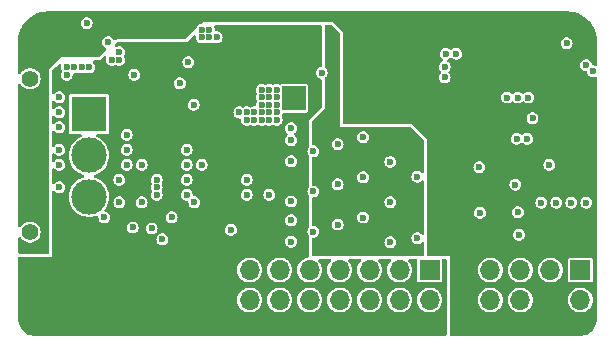
<source format=gbr>
%TF.GenerationSoftware,KiCad,Pcbnew,8.0.6-8.0.6-0~ubuntu22.04.1*%
%TF.CreationDate,2024-11-01T23:26:47+09:00*%
%TF.ProjectId,blmd_hardware,626c6d64-5f68-4617-9264-776172652e6b,rev?*%
%TF.SameCoordinates,Original*%
%TF.FileFunction,Copper,L3,Inr*%
%TF.FilePolarity,Positive*%
%FSLAX46Y46*%
G04 Gerber Fmt 4.6, Leading zero omitted, Abs format (unit mm)*
G04 Created by KiCad (PCBNEW 8.0.6-8.0.6-0~ubuntu22.04.1) date 2024-11-01 23:26:47*
%MOMM*%
%LPD*%
G01*
G04 APERTURE LIST*
%TA.AperFunction,ComponentPad*%
%ADD10R,1.700000X1.700000*%
%TD*%
%TA.AperFunction,ComponentPad*%
%ADD11O,1.700000X1.700000*%
%TD*%
%TA.AperFunction,ComponentPad*%
%ADD12R,2.000000X2.000000*%
%TD*%
%TA.AperFunction,ComponentPad*%
%ADD13C,2.000000*%
%TD*%
%TA.AperFunction,ComponentPad*%
%ADD14C,1.400000*%
%TD*%
%TA.AperFunction,ComponentPad*%
%ADD15R,3.000000X3.000000*%
%TD*%
%TA.AperFunction,ComponentPad*%
%ADD16C,3.000000*%
%TD*%
%TA.AperFunction,ViaPad*%
%ADD17C,0.600000*%
%TD*%
G04 APERTURE END LIST*
D10*
%TO.N,+12VA*%
%TO.C,J4*%
X85340000Y-72400000D03*
D11*
X85340000Y-74940000D03*
X82800000Y-72400000D03*
X82800000Y-74940000D03*
X80260000Y-72400000D03*
X80260000Y-74940000D03*
X77720000Y-72400000D03*
X77720000Y-74940000D03*
X75180000Y-72400000D03*
X75180000Y-74940000D03*
X72640000Y-72400000D03*
X72640000Y-74940000D03*
X70100000Y-72400000D03*
X70100000Y-74940000D03*
%TD*%
D10*
%TO.N,GNDPWR*%
%TO.C,J3*%
X67560000Y-72400000D03*
D11*
X67560000Y-74940000D03*
X65020000Y-72400000D03*
X65020000Y-74940000D03*
X62480000Y-72400000D03*
X62480000Y-74940000D03*
X59940000Y-72400000D03*
X59940000Y-74940000D03*
X57400000Y-72400000D03*
X57400000Y-74940000D03*
X54860000Y-72400000D03*
X54860000Y-74940000D03*
X52320000Y-72400000D03*
X52320000Y-74940000D03*
%TD*%
D12*
%TO.N,+12VA*%
%TO.C,C1*%
X73863200Y-57866677D03*
D13*
%TO.N,GNDPWR*%
X73863200Y-52866677D03*
%TD*%
D14*
%TO.N,*%
%TO.C,J1*%
X51500000Y-69200000D03*
X51500000Y-56200000D03*
D15*
%TO.N,SOC*%
X56500000Y-59200000D03*
D16*
%TO.N,HSB*%
X56500000Y-62700000D03*
%TO.N,SOA*%
X56500000Y-66200000D03*
%TD*%
D10*
%TO.N,+3V3*%
%TO.C,J2*%
X98100000Y-72400000D03*
D11*
%TO.N,+5VD*%
X98100000Y-74940000D03*
%TO.N,SPD2*%
X95560000Y-72400000D03*
%TO.N,GNDD*%
X95560000Y-74940000D03*
%TO.N,SPD1*%
X93020000Y-72400000D03*
%TO.N,unconnected-(J2-Pin_6-Pad6)*%
X93020000Y-74940000D03*
%TO.N,CANH*%
X90480000Y-72400000D03*
%TO.N,CANL*%
X90480000Y-74940000D03*
%TD*%
D17*
%TO.N,GNDPWR*%
X65405000Y-69850000D03*
X60325000Y-58420000D03*
X67310000Y-70485000D03*
X54610000Y-77470000D03*
X67945000Y-71120000D03*
X66040000Y-71120000D03*
X63500000Y-57785000D03*
X62230000Y-59055000D03*
X66675000Y-70485000D03*
X69215000Y-52070000D03*
X66675000Y-71120000D03*
X60960000Y-59055000D03*
X64770000Y-77470000D03*
X66040000Y-70485000D03*
X60325000Y-59055000D03*
X59690000Y-58420000D03*
X67310000Y-77470000D03*
X72390000Y-77470000D03*
X66675000Y-69850000D03*
X80010000Y-77470000D03*
X62230000Y-58420000D03*
X61595000Y-58420000D03*
X65405000Y-71120000D03*
X67310000Y-71120000D03*
X60960000Y-59690000D03*
X60960000Y-57150000D03*
X62865000Y-59055000D03*
X77470000Y-77470000D03*
X64135000Y-59055000D03*
X59690000Y-59690000D03*
X65405000Y-70485000D03*
X82550000Y-77470000D03*
X62865000Y-58420000D03*
X59690000Y-77470000D03*
X59690000Y-59055000D03*
X65405000Y-69215000D03*
X66040000Y-69850000D03*
X71755000Y-52070000D03*
X62865000Y-57785000D03*
X60960000Y-58420000D03*
X63500000Y-59055000D03*
X66040000Y-69215000D03*
X85725000Y-77470000D03*
X62230000Y-57785000D03*
X52070000Y-77470000D03*
X74930000Y-77470000D03*
X57150000Y-77470000D03*
X62230000Y-77470000D03*
X60960000Y-57785000D03*
X60325000Y-57785000D03*
X63500000Y-58420000D03*
X64135000Y-58420000D03*
X61595000Y-57785000D03*
X59690000Y-57785000D03*
X60325000Y-59690000D03*
%TO.N,+12VA*%
X69215000Y-59055000D03*
X72390000Y-57150000D03*
X71120000Y-58420000D03*
X71755000Y-58420000D03*
X71755000Y-57150000D03*
X65355000Y-58420000D03*
X69850000Y-59055000D03*
X72390000Y-59055000D03*
X71120000Y-57785000D03*
X71755000Y-59055000D03*
X72390000Y-57785000D03*
X71120000Y-59055000D03*
X70485000Y-59055000D03*
X70485000Y-59690000D03*
X73600000Y-66598800D03*
X71755000Y-57785000D03*
X69850000Y-59690000D03*
X71755000Y-59690000D03*
X72390000Y-58420000D03*
X73600000Y-63200000D03*
X71120000Y-57150000D03*
X72390000Y-59690000D03*
X73600000Y-70000000D03*
X71120000Y-59690000D03*
%TO.N,Net-(D2-K)*%
X77550000Y-68550000D03*
%TO.N,HSA*%
X62230000Y-65405000D03*
X65405000Y-66675000D03*
X71755000Y-66040000D03*
X69850000Y-66040000D03*
X62230000Y-66040000D03*
X64770000Y-64770000D03*
X75500000Y-69150000D03*
X69850000Y-64770000D03*
X64770000Y-66040000D03*
X62230000Y-64770000D03*
%TO.N,Net-(D3-K)*%
X77550000Y-65150000D03*
%TO.N,HSB*%
X60960000Y-63500000D03*
X75500000Y-65750000D03*
X64770000Y-63500000D03*
X59690000Y-62230000D03*
X59690000Y-60960000D03*
X64770000Y-62230000D03*
X53975000Y-62230000D03*
X66040000Y-63500000D03*
X53975000Y-63500000D03*
X59690000Y-63500000D03*
%TO.N,HSC*%
X60325000Y-55880000D03*
X66040000Y-52070000D03*
X66040000Y-52705000D03*
X58420000Y-54610000D03*
X59055000Y-53975000D03*
X59055000Y-54610000D03*
X66675000Y-52070000D03*
X67310000Y-52705000D03*
X75500000Y-62350000D03*
X66675000Y-52705000D03*
%TO.N,Net-(D4-K)*%
X77550000Y-61750000D03*
%TO.N,GND*%
X77200000Y-54612500D03*
X80543400Y-61163200D03*
X83464400Y-60579000D03*
X84505800Y-65506600D03*
X81889600Y-62382400D03*
X84300000Y-70560000D03*
%TO.N,+12V*%
X79700000Y-61150000D03*
X79700000Y-67955000D03*
X79700000Y-64550000D03*
%TO.N,+5V*%
X84300000Y-69700000D03*
X84300000Y-64500000D03*
X76200000Y-55700000D03*
%TO.N,+3V3*%
X92900000Y-69412500D03*
X96926400Y-53209880D03*
X89535000Y-63700000D03*
X95462500Y-63500000D03*
X58115200Y-53111400D03*
X60200000Y-68800000D03*
%TO.N,GNDD*%
X53975000Y-50800000D03*
X51435000Y-66675000D03*
X51435000Y-57785000D03*
X51435000Y-53340000D03*
X63500000Y-67945000D03*
X89560400Y-66319400D03*
X51435000Y-52070000D03*
X53340000Y-53975000D03*
X64363600Y-51257200D03*
X61800000Y-68880000D03*
X90017600Y-52730400D03*
X52705000Y-52070000D03*
X51435000Y-67945000D03*
X51435000Y-64135000D03*
X51435000Y-61595000D03*
X51435000Y-62865000D03*
X78740000Y-55245000D03*
X85090000Y-52070000D03*
X89738200Y-62357000D03*
X85725000Y-52705000D03*
X85725000Y-52070000D03*
X92837000Y-51866800D03*
X51435000Y-65405000D03*
X51435000Y-59055000D03*
X78740000Y-55880000D03*
X53340000Y-54610000D03*
X85090000Y-52705000D03*
X51435000Y-60325000D03*
X96520000Y-57785000D03*
X51435000Y-54610000D03*
X93141800Y-63144400D03*
X85725000Y-53340000D03*
X96520000Y-58420000D03*
%TO.N,NRST*%
X94046900Y-59546900D03*
%TO.N,SOA*%
X59055000Y-66675000D03*
X53975000Y-65405000D03*
X60960000Y-66675000D03*
X59055000Y-64770000D03*
X57785000Y-67945000D03*
%TO.N,SOC*%
X53975000Y-59055000D03*
X53975000Y-57785000D03*
X54610000Y-55880000D03*
X55880000Y-55245000D03*
X54610000Y-55245000D03*
X53975000Y-60325000D03*
X56515000Y-55245000D03*
X55245000Y-55245000D03*
%TO.N,SPD2*%
X86700000Y-54100000D03*
%TO.N,SPD1*%
X87600000Y-54100000D03*
%TO.N,SWCLK*%
X92800000Y-57800000D03*
%TO.N,SWDIO*%
X93700000Y-57800000D03*
%TO.N,SWO*%
X91900000Y-57800000D03*
%TO.N,USART_TX*%
X98577800Y-55050627D03*
%TO.N,USART_RX*%
X99177800Y-55584400D03*
%TO.N,Net-(Q3-G)*%
X73600000Y-60400000D03*
X64900000Y-54800000D03*
%TO.N,Net-(Q4-G)*%
X68500000Y-69000000D03*
X73600000Y-68200000D03*
%TO.N,Net-(Q6-G)*%
X64194600Y-56600000D03*
X73600000Y-61400000D03*
%TO.N,Net-(U1-RDT)*%
X82000000Y-70050000D03*
%TO.N,Net-(U2-RDT)*%
X82000000Y-66650000D03*
%TO.N,Net-(U3-RDT)*%
X82000000Y-63250000D03*
%TO.N,SIGA*%
X92800000Y-67500000D03*
%TO.N,SIGB*%
X89600000Y-67565000D03*
%TO.N,SIGC*%
X92600000Y-65175000D03*
%TO.N,ID1*%
X98605000Y-66700000D03*
%TO.N,ID2*%
X97335000Y-66700000D03*
%TO.N,ID3*%
X96065000Y-66700000D03*
X92700000Y-61300000D03*
%TO.N,ID4*%
X94795000Y-66700000D03*
X93600000Y-61300000D03*
%TO.N,ID_DISP*%
X86614000Y-56100000D03*
%TO.N,STATUS*%
X86614000Y-55200000D03*
%TO.N,Net-(U6-VOUT)*%
X62700000Y-69800000D03*
%TO.N,Net-(U7-VOUT)*%
X56300000Y-51500000D03*
%TD*%
%TA.AperFunction,Conductor*%
%TO.N,GNDD*%
G36*
X97003736Y-50500726D02*
G01*
X97293796Y-50518271D01*
X97308659Y-50520076D01*
X97590798Y-50571780D01*
X97605335Y-50575363D01*
X97879172Y-50660695D01*
X97893163Y-50666000D01*
X98154743Y-50783727D01*
X98167989Y-50790680D01*
X98413465Y-50939075D01*
X98425776Y-50947573D01*
X98543811Y-51040047D01*
X98651573Y-51124473D01*
X98662781Y-51134403D01*
X98865596Y-51337218D01*
X98875526Y-51348426D01*
X99000637Y-51508119D01*
X99052422Y-51574217D01*
X99060926Y-51586537D01*
X99122176Y-51687857D01*
X99209316Y-51832004D01*
X99216275Y-51845263D01*
X99333997Y-52106831D01*
X99339306Y-52120832D01*
X99424635Y-52394663D01*
X99428219Y-52409201D01*
X99479923Y-52691340D01*
X99481728Y-52706205D01*
X99499274Y-52996263D01*
X99499500Y-53003750D01*
X99499500Y-54991584D01*
X99479815Y-55058623D01*
X99427011Y-55104378D01*
X99357853Y-55114322D01*
X99340567Y-55110562D01*
X99249761Y-55083900D01*
X99195678Y-55083900D01*
X99128639Y-55064215D01*
X99082884Y-55011411D01*
X99072940Y-54977547D01*
X99062965Y-54908170D01*
X99021720Y-54817857D01*
X99003177Y-54777254D01*
X98908928Y-54668484D01*
X98787853Y-54590674D01*
X98787851Y-54590673D01*
X98787849Y-54590672D01*
X98787850Y-54590672D01*
X98649763Y-54550127D01*
X98649761Y-54550127D01*
X98505839Y-54550127D01*
X98505836Y-54550127D01*
X98367749Y-54590672D01*
X98246673Y-54668483D01*
X98152423Y-54777253D01*
X98152422Y-54777255D01*
X98092634Y-54908170D01*
X98072153Y-55050627D01*
X98092634Y-55193083D01*
X98152422Y-55323998D01*
X98152423Y-55324000D01*
X98246672Y-55432770D01*
X98367747Y-55510580D01*
X98367750Y-55510581D01*
X98367749Y-55510581D01*
X98424050Y-55527112D01*
X98477462Y-55542795D01*
X98505836Y-55551126D01*
X98505838Y-55551127D01*
X98559922Y-55551127D01*
X98626961Y-55570812D01*
X98672716Y-55623616D01*
X98682660Y-55657480D01*
X98692634Y-55726856D01*
X98740523Y-55831716D01*
X98752423Y-55857773D01*
X98846672Y-55966543D01*
X98967747Y-56044353D01*
X98967750Y-56044354D01*
X98967749Y-56044354D01*
X99105836Y-56084899D01*
X99105838Y-56084900D01*
X99105839Y-56084900D01*
X99249761Y-56084900D01*
X99340565Y-56058238D01*
X99410435Y-56058238D01*
X99469213Y-56096012D01*
X99498238Y-56159568D01*
X99499500Y-56177215D01*
X99499500Y-76495572D01*
X99499184Y-76504419D01*
X99484869Y-76704557D01*
X99482351Y-76722068D01*
X99440646Y-76913787D01*
X99435662Y-76930763D01*
X99367090Y-77114609D01*
X99359740Y-77130701D01*
X99265711Y-77302904D01*
X99256146Y-77317789D01*
X99138558Y-77474867D01*
X99126972Y-77488237D01*
X98988237Y-77626972D01*
X98974867Y-77638558D01*
X98817789Y-77756146D01*
X98802904Y-77765711D01*
X98630701Y-77859740D01*
X98614609Y-77867090D01*
X98430763Y-77935662D01*
X98413787Y-77940646D01*
X98222068Y-77982351D01*
X98204557Y-77984869D01*
X98023779Y-77997799D01*
X98004417Y-77999184D01*
X97995572Y-77999500D01*
X87144400Y-77999500D01*
X87077361Y-77979815D01*
X87031606Y-77927011D01*
X87020400Y-77875500D01*
X87020400Y-74940000D01*
X89424417Y-74940000D01*
X89444699Y-75145932D01*
X89444700Y-75145934D01*
X89504768Y-75343954D01*
X89602315Y-75526450D01*
X89602317Y-75526452D01*
X89733589Y-75686410D01*
X89830209Y-75765702D01*
X89893550Y-75817685D01*
X90076046Y-75915232D01*
X90274066Y-75975300D01*
X90274065Y-75975300D01*
X90292529Y-75977118D01*
X90480000Y-75995583D01*
X90685934Y-75975300D01*
X90883954Y-75915232D01*
X91066450Y-75817685D01*
X91226410Y-75686410D01*
X91357685Y-75526450D01*
X91455232Y-75343954D01*
X91515300Y-75145934D01*
X91535583Y-74940000D01*
X91964417Y-74940000D01*
X91984699Y-75145932D01*
X91984700Y-75145934D01*
X92044768Y-75343954D01*
X92142315Y-75526450D01*
X92142317Y-75526452D01*
X92273589Y-75686410D01*
X92370209Y-75765702D01*
X92433550Y-75817685D01*
X92616046Y-75915232D01*
X92814066Y-75975300D01*
X92814065Y-75975300D01*
X92832529Y-75977118D01*
X93020000Y-75995583D01*
X93225934Y-75975300D01*
X93423954Y-75915232D01*
X93606450Y-75817685D01*
X93766410Y-75686410D01*
X93897685Y-75526450D01*
X93995232Y-75343954D01*
X94055300Y-75145934D01*
X94075583Y-74940000D01*
X97044417Y-74940000D01*
X97064699Y-75145932D01*
X97064700Y-75145934D01*
X97124768Y-75343954D01*
X97222315Y-75526450D01*
X97222317Y-75526452D01*
X97353589Y-75686410D01*
X97450209Y-75765702D01*
X97513550Y-75817685D01*
X97696046Y-75915232D01*
X97894066Y-75975300D01*
X97894065Y-75975300D01*
X97912529Y-75977118D01*
X98100000Y-75995583D01*
X98305934Y-75975300D01*
X98503954Y-75915232D01*
X98686450Y-75817685D01*
X98846410Y-75686410D01*
X98977685Y-75526450D01*
X99075232Y-75343954D01*
X99135300Y-75145934D01*
X99155583Y-74940000D01*
X99135300Y-74734066D01*
X99075232Y-74536046D01*
X98977685Y-74353550D01*
X98925702Y-74290209D01*
X98846410Y-74193589D01*
X98686452Y-74062317D01*
X98686453Y-74062317D01*
X98686450Y-74062315D01*
X98503954Y-73964768D01*
X98305934Y-73904700D01*
X98305932Y-73904699D01*
X98305934Y-73904699D01*
X98100000Y-73884417D01*
X97894067Y-73904699D01*
X97696043Y-73964769D01*
X97585898Y-74023643D01*
X97513550Y-74062315D01*
X97513548Y-74062316D01*
X97513547Y-74062317D01*
X97353589Y-74193589D01*
X97222317Y-74353547D01*
X97124769Y-74536043D01*
X97064699Y-74734067D01*
X97044417Y-74940000D01*
X94075583Y-74940000D01*
X94055300Y-74734066D01*
X93995232Y-74536046D01*
X93897685Y-74353550D01*
X93845702Y-74290209D01*
X93766410Y-74193589D01*
X93606452Y-74062317D01*
X93606453Y-74062317D01*
X93606450Y-74062315D01*
X93423954Y-73964768D01*
X93225934Y-73904700D01*
X93225932Y-73904699D01*
X93225934Y-73904699D01*
X93020000Y-73884417D01*
X92814067Y-73904699D01*
X92616043Y-73964769D01*
X92505898Y-74023643D01*
X92433550Y-74062315D01*
X92433548Y-74062316D01*
X92433547Y-74062317D01*
X92273589Y-74193589D01*
X92142317Y-74353547D01*
X92044769Y-74536043D01*
X91984699Y-74734067D01*
X91964417Y-74940000D01*
X91535583Y-74940000D01*
X91515300Y-74734066D01*
X91455232Y-74536046D01*
X91357685Y-74353550D01*
X91305702Y-74290209D01*
X91226410Y-74193589D01*
X91066452Y-74062317D01*
X91066453Y-74062317D01*
X91066450Y-74062315D01*
X90883954Y-73964768D01*
X90685934Y-73904700D01*
X90685932Y-73904699D01*
X90685934Y-73904699D01*
X90480000Y-73884417D01*
X90274067Y-73904699D01*
X90076043Y-73964769D01*
X89965898Y-74023643D01*
X89893550Y-74062315D01*
X89893548Y-74062316D01*
X89893547Y-74062317D01*
X89733589Y-74193589D01*
X89602317Y-74353547D01*
X89504769Y-74536043D01*
X89444699Y-74734067D01*
X89424417Y-74940000D01*
X87020400Y-74940000D01*
X87020400Y-72400000D01*
X89424417Y-72400000D01*
X89444699Y-72605932D01*
X89444700Y-72605934D01*
X89504768Y-72803954D01*
X89602315Y-72986450D01*
X89602317Y-72986452D01*
X89733589Y-73146410D01*
X89830209Y-73225702D01*
X89893550Y-73277685D01*
X90076046Y-73375232D01*
X90274066Y-73435300D01*
X90274065Y-73435300D01*
X90292529Y-73437118D01*
X90480000Y-73455583D01*
X90685934Y-73435300D01*
X90883954Y-73375232D01*
X91066450Y-73277685D01*
X91226410Y-73146410D01*
X91357685Y-72986450D01*
X91455232Y-72803954D01*
X91515300Y-72605934D01*
X91535583Y-72400000D01*
X91964417Y-72400000D01*
X91984699Y-72605932D01*
X91984700Y-72605934D01*
X92044768Y-72803954D01*
X92142315Y-72986450D01*
X92142317Y-72986452D01*
X92273589Y-73146410D01*
X92370209Y-73225702D01*
X92433550Y-73277685D01*
X92616046Y-73375232D01*
X92814066Y-73435300D01*
X92814065Y-73435300D01*
X92832529Y-73437118D01*
X93020000Y-73455583D01*
X93225934Y-73435300D01*
X93423954Y-73375232D01*
X93606450Y-73277685D01*
X93766410Y-73146410D01*
X93897685Y-72986450D01*
X93995232Y-72803954D01*
X94055300Y-72605934D01*
X94075583Y-72400000D01*
X94504417Y-72400000D01*
X94524699Y-72605932D01*
X94524700Y-72605934D01*
X94584768Y-72803954D01*
X94682315Y-72986450D01*
X94682317Y-72986452D01*
X94813589Y-73146410D01*
X94910209Y-73225702D01*
X94973550Y-73277685D01*
X95156046Y-73375232D01*
X95354066Y-73435300D01*
X95354065Y-73435300D01*
X95372529Y-73437118D01*
X95560000Y-73455583D01*
X95765934Y-73435300D01*
X95963954Y-73375232D01*
X96146450Y-73277685D01*
X96306410Y-73146410D01*
X96437685Y-72986450D01*
X96535232Y-72803954D01*
X96595300Y-72605934D01*
X96615583Y-72400000D01*
X96595300Y-72194066D01*
X96535232Y-71996046D01*
X96437685Y-71813550D01*
X96385702Y-71750209D01*
X96306410Y-71653589D01*
X96156121Y-71530252D01*
X96156115Y-71530247D01*
X97049500Y-71530247D01*
X97049500Y-73269752D01*
X97061131Y-73328229D01*
X97061132Y-73328230D01*
X97105447Y-73394552D01*
X97171769Y-73438867D01*
X97171770Y-73438868D01*
X97230247Y-73450499D01*
X97230250Y-73450500D01*
X97230252Y-73450500D01*
X98969750Y-73450500D01*
X98969751Y-73450499D01*
X98984568Y-73447552D01*
X99028229Y-73438868D01*
X99028229Y-73438867D01*
X99028231Y-73438867D01*
X99094552Y-73394552D01*
X99138867Y-73328231D01*
X99138867Y-73328229D01*
X99138868Y-73328229D01*
X99150499Y-73269752D01*
X99150500Y-73269750D01*
X99150500Y-71530249D01*
X99150499Y-71530247D01*
X99138868Y-71471770D01*
X99138867Y-71471769D01*
X99094552Y-71405447D01*
X99028230Y-71361132D01*
X99028229Y-71361131D01*
X98969752Y-71349500D01*
X98969748Y-71349500D01*
X97230252Y-71349500D01*
X97230247Y-71349500D01*
X97171770Y-71361131D01*
X97171769Y-71361132D01*
X97105447Y-71405447D01*
X97061132Y-71471769D01*
X97061131Y-71471770D01*
X97049500Y-71530247D01*
X96156115Y-71530247D01*
X96146450Y-71522315D01*
X95963954Y-71424768D01*
X95765934Y-71364700D01*
X95765932Y-71364699D01*
X95765934Y-71364699D01*
X95560000Y-71344417D01*
X95354067Y-71364699D01*
X95156043Y-71424769D01*
X95073618Y-71468827D01*
X94973550Y-71522315D01*
X94973548Y-71522316D01*
X94973547Y-71522317D01*
X94813589Y-71653589D01*
X94682317Y-71813547D01*
X94584769Y-71996043D01*
X94524699Y-72194067D01*
X94504417Y-72400000D01*
X94075583Y-72400000D01*
X94055300Y-72194066D01*
X93995232Y-71996046D01*
X93897685Y-71813550D01*
X93845702Y-71750209D01*
X93766410Y-71653589D01*
X93616121Y-71530252D01*
X93606450Y-71522315D01*
X93423954Y-71424768D01*
X93225934Y-71364700D01*
X93225932Y-71364699D01*
X93225934Y-71364699D01*
X93020000Y-71344417D01*
X92814067Y-71364699D01*
X92616043Y-71424769D01*
X92533618Y-71468827D01*
X92433550Y-71522315D01*
X92433548Y-71522316D01*
X92433547Y-71522317D01*
X92273589Y-71653589D01*
X92142317Y-71813547D01*
X92044769Y-71996043D01*
X91984699Y-72194067D01*
X91964417Y-72400000D01*
X91535583Y-72400000D01*
X91515300Y-72194066D01*
X91455232Y-71996046D01*
X91357685Y-71813550D01*
X91305702Y-71750209D01*
X91226410Y-71653589D01*
X91076121Y-71530252D01*
X91066450Y-71522315D01*
X90883954Y-71424768D01*
X90685934Y-71364700D01*
X90685932Y-71364699D01*
X90685934Y-71364699D01*
X90480000Y-71344417D01*
X90274067Y-71364699D01*
X90076043Y-71424769D01*
X89993618Y-71468827D01*
X89893550Y-71522315D01*
X89893548Y-71522316D01*
X89893547Y-71522317D01*
X89733589Y-71653589D01*
X89602317Y-71813547D01*
X89504769Y-71996043D01*
X89444699Y-72194067D01*
X89424417Y-72400000D01*
X87020400Y-72400000D01*
X87020400Y-71196200D01*
X85264800Y-71196200D01*
X85197761Y-71176515D01*
X85152006Y-71123711D01*
X85140800Y-71072200D01*
X85140800Y-69412500D01*
X92394353Y-69412500D01*
X92414834Y-69554956D01*
X92444446Y-69619795D01*
X92474623Y-69685873D01*
X92568872Y-69794643D01*
X92689947Y-69872453D01*
X92689950Y-69872454D01*
X92689949Y-69872454D01*
X92828036Y-69912999D01*
X92828038Y-69913000D01*
X92828039Y-69913000D01*
X92971962Y-69913000D01*
X92971962Y-69912999D01*
X93110053Y-69872453D01*
X93231128Y-69794643D01*
X93325377Y-69685873D01*
X93385165Y-69554957D01*
X93405647Y-69412500D01*
X93385165Y-69270043D01*
X93325377Y-69139127D01*
X93231128Y-69030357D01*
X93110053Y-68952547D01*
X93110051Y-68952546D01*
X93110049Y-68952545D01*
X93110050Y-68952545D01*
X92971963Y-68912000D01*
X92971961Y-68912000D01*
X92828039Y-68912000D01*
X92828036Y-68912000D01*
X92689949Y-68952545D01*
X92568873Y-69030356D01*
X92474623Y-69139126D01*
X92474622Y-69139128D01*
X92414834Y-69270043D01*
X92394353Y-69412500D01*
X85140800Y-69412500D01*
X85140800Y-67565000D01*
X89094353Y-67565000D01*
X89114834Y-67707456D01*
X89174622Y-67838371D01*
X89174623Y-67838373D01*
X89268872Y-67947143D01*
X89389947Y-68024953D01*
X89389950Y-68024954D01*
X89389949Y-68024954D01*
X89528036Y-68065499D01*
X89528038Y-68065500D01*
X89528039Y-68065500D01*
X89671962Y-68065500D01*
X89671962Y-68065499D01*
X89810053Y-68024953D01*
X89931128Y-67947143D01*
X90025377Y-67838373D01*
X90085165Y-67707457D01*
X90105647Y-67565000D01*
X90096302Y-67500000D01*
X92294353Y-67500000D01*
X92314834Y-67642456D01*
X92329193Y-67673897D01*
X92374623Y-67773373D01*
X92468872Y-67882143D01*
X92589947Y-67959953D01*
X92589950Y-67959954D01*
X92589949Y-67959954D01*
X92728036Y-68000499D01*
X92728038Y-68000500D01*
X92728039Y-68000500D01*
X92871962Y-68000500D01*
X92871962Y-68000499D01*
X93010053Y-67959953D01*
X93131128Y-67882143D01*
X93225377Y-67773373D01*
X93285165Y-67642457D01*
X93305647Y-67500000D01*
X93285165Y-67357543D01*
X93225377Y-67226627D01*
X93131128Y-67117857D01*
X93010053Y-67040047D01*
X93010051Y-67040046D01*
X93010049Y-67040045D01*
X93010050Y-67040045D01*
X92871963Y-66999500D01*
X92871961Y-66999500D01*
X92728039Y-66999500D01*
X92728036Y-66999500D01*
X92589949Y-67040045D01*
X92468873Y-67117856D01*
X92374623Y-67226626D01*
X92374622Y-67226628D01*
X92314834Y-67357543D01*
X92294353Y-67500000D01*
X90096302Y-67500000D01*
X90085165Y-67422543D01*
X90025377Y-67291627D01*
X89931128Y-67182857D01*
X89810053Y-67105047D01*
X89810051Y-67105046D01*
X89810049Y-67105045D01*
X89810050Y-67105045D01*
X89671963Y-67064500D01*
X89671961Y-67064500D01*
X89528039Y-67064500D01*
X89528036Y-67064500D01*
X89389949Y-67105045D01*
X89268873Y-67182856D01*
X89174623Y-67291626D01*
X89174622Y-67291628D01*
X89114834Y-67422543D01*
X89094353Y-67565000D01*
X85140800Y-67565000D01*
X85140800Y-66700000D01*
X94289353Y-66700000D01*
X94309834Y-66842456D01*
X94369622Y-66973371D01*
X94369623Y-66973373D01*
X94463872Y-67082143D01*
X94584947Y-67159953D01*
X94584950Y-67159954D01*
X94584949Y-67159954D01*
X94723036Y-67200499D01*
X94723038Y-67200500D01*
X94723039Y-67200500D01*
X94866962Y-67200500D01*
X94866962Y-67200499D01*
X95005053Y-67159953D01*
X95126128Y-67082143D01*
X95220377Y-66973373D01*
X95280165Y-66842457D01*
X95300647Y-66700000D01*
X95559353Y-66700000D01*
X95579834Y-66842456D01*
X95639622Y-66973371D01*
X95639623Y-66973373D01*
X95733872Y-67082143D01*
X95854947Y-67159953D01*
X95854950Y-67159954D01*
X95854949Y-67159954D01*
X95993036Y-67200499D01*
X95993038Y-67200500D01*
X95993039Y-67200500D01*
X96136962Y-67200500D01*
X96136962Y-67200499D01*
X96275053Y-67159953D01*
X96396128Y-67082143D01*
X96490377Y-66973373D01*
X96550165Y-66842457D01*
X96570647Y-66700000D01*
X96829353Y-66700000D01*
X96849834Y-66842456D01*
X96909622Y-66973371D01*
X96909623Y-66973373D01*
X97003872Y-67082143D01*
X97124947Y-67159953D01*
X97124950Y-67159954D01*
X97124949Y-67159954D01*
X97263036Y-67200499D01*
X97263038Y-67200500D01*
X97263039Y-67200500D01*
X97406962Y-67200500D01*
X97406962Y-67200499D01*
X97545053Y-67159953D01*
X97666128Y-67082143D01*
X97760377Y-66973373D01*
X97820165Y-66842457D01*
X97840647Y-66700000D01*
X98099353Y-66700000D01*
X98119834Y-66842456D01*
X98179622Y-66973371D01*
X98179623Y-66973373D01*
X98273872Y-67082143D01*
X98394947Y-67159953D01*
X98394950Y-67159954D01*
X98394949Y-67159954D01*
X98533036Y-67200499D01*
X98533038Y-67200500D01*
X98533039Y-67200500D01*
X98676962Y-67200500D01*
X98676962Y-67200499D01*
X98815053Y-67159953D01*
X98936128Y-67082143D01*
X99030377Y-66973373D01*
X99090165Y-66842457D01*
X99110647Y-66700000D01*
X99090165Y-66557543D01*
X99030377Y-66426627D01*
X98936128Y-66317857D01*
X98815053Y-66240047D01*
X98815051Y-66240046D01*
X98815049Y-66240045D01*
X98815050Y-66240045D01*
X98676963Y-66199500D01*
X98676961Y-66199500D01*
X98533039Y-66199500D01*
X98533036Y-66199500D01*
X98394949Y-66240045D01*
X98273873Y-66317856D01*
X98179623Y-66426626D01*
X98179622Y-66426628D01*
X98119834Y-66557543D01*
X98099353Y-66700000D01*
X97840647Y-66700000D01*
X97820165Y-66557543D01*
X97760377Y-66426627D01*
X97666128Y-66317857D01*
X97545053Y-66240047D01*
X97545051Y-66240046D01*
X97545049Y-66240045D01*
X97545050Y-66240045D01*
X97406963Y-66199500D01*
X97406961Y-66199500D01*
X97263039Y-66199500D01*
X97263036Y-66199500D01*
X97124949Y-66240045D01*
X97003873Y-66317856D01*
X96909623Y-66426626D01*
X96909622Y-66426628D01*
X96849834Y-66557543D01*
X96829353Y-66700000D01*
X96570647Y-66700000D01*
X96550165Y-66557543D01*
X96490377Y-66426627D01*
X96396128Y-66317857D01*
X96275053Y-66240047D01*
X96275051Y-66240046D01*
X96275049Y-66240045D01*
X96275050Y-66240045D01*
X96136963Y-66199500D01*
X96136961Y-66199500D01*
X95993039Y-66199500D01*
X95993036Y-66199500D01*
X95854949Y-66240045D01*
X95733873Y-66317856D01*
X95639623Y-66426626D01*
X95639622Y-66426628D01*
X95579834Y-66557543D01*
X95559353Y-66700000D01*
X95300647Y-66700000D01*
X95280165Y-66557543D01*
X95220377Y-66426627D01*
X95126128Y-66317857D01*
X95005053Y-66240047D01*
X95005051Y-66240046D01*
X95005049Y-66240045D01*
X95005050Y-66240045D01*
X94866963Y-66199500D01*
X94866961Y-66199500D01*
X94723039Y-66199500D01*
X94723036Y-66199500D01*
X94584949Y-66240045D01*
X94463873Y-66317856D01*
X94369623Y-66426626D01*
X94369622Y-66426628D01*
X94309834Y-66557543D01*
X94289353Y-66700000D01*
X85140800Y-66700000D01*
X85140800Y-65175000D01*
X92094353Y-65175000D01*
X92114834Y-65317456D01*
X92123418Y-65336251D01*
X92174623Y-65448373D01*
X92268872Y-65557143D01*
X92389947Y-65634953D01*
X92389950Y-65634954D01*
X92389949Y-65634954D01*
X92528036Y-65675499D01*
X92528038Y-65675500D01*
X92528039Y-65675500D01*
X92671962Y-65675500D01*
X92671962Y-65675499D01*
X92810053Y-65634953D01*
X92931128Y-65557143D01*
X93025377Y-65448373D01*
X93085165Y-65317457D01*
X93105647Y-65175000D01*
X93085165Y-65032543D01*
X93025377Y-64901627D01*
X92931128Y-64792857D01*
X92810053Y-64715047D01*
X92810051Y-64715046D01*
X92810049Y-64715045D01*
X92810050Y-64715045D01*
X92671963Y-64674500D01*
X92671961Y-64674500D01*
X92528039Y-64674500D01*
X92528036Y-64674500D01*
X92389949Y-64715045D01*
X92268873Y-64792856D01*
X92174623Y-64901626D01*
X92174622Y-64901628D01*
X92114834Y-65032543D01*
X92094353Y-65175000D01*
X85140800Y-65175000D01*
X85140800Y-63700000D01*
X89029353Y-63700000D01*
X89049834Y-63842456D01*
X89067959Y-63882143D01*
X89109623Y-63973373D01*
X89203872Y-64082143D01*
X89324947Y-64159953D01*
X89324950Y-64159954D01*
X89324949Y-64159954D01*
X89463036Y-64200499D01*
X89463038Y-64200500D01*
X89463039Y-64200500D01*
X89606962Y-64200500D01*
X89606962Y-64200499D01*
X89745053Y-64159953D01*
X89866128Y-64082143D01*
X89960377Y-63973373D01*
X90020165Y-63842457D01*
X90040647Y-63700000D01*
X90020165Y-63557543D01*
X89993886Y-63500000D01*
X94956853Y-63500000D01*
X94977334Y-63642456D01*
X94990315Y-63670880D01*
X95037123Y-63773373D01*
X95131372Y-63882143D01*
X95252447Y-63959953D01*
X95252450Y-63959954D01*
X95252449Y-63959954D01*
X95390536Y-64000499D01*
X95390538Y-64000500D01*
X95390539Y-64000500D01*
X95534462Y-64000500D01*
X95534462Y-64000499D01*
X95672553Y-63959953D01*
X95793628Y-63882143D01*
X95887877Y-63773373D01*
X95947665Y-63642457D01*
X95968147Y-63500000D01*
X95947665Y-63357543D01*
X95887877Y-63226627D01*
X95793628Y-63117857D01*
X95672553Y-63040047D01*
X95672551Y-63040046D01*
X95672549Y-63040045D01*
X95672550Y-63040045D01*
X95534463Y-62999500D01*
X95534461Y-62999500D01*
X95390539Y-62999500D01*
X95390536Y-62999500D01*
X95252449Y-63040045D01*
X95131373Y-63117856D01*
X95131372Y-63117856D01*
X95131372Y-63117857D01*
X95118790Y-63132377D01*
X95037123Y-63226626D01*
X95037122Y-63226628D01*
X94977334Y-63357543D01*
X94956853Y-63500000D01*
X89993886Y-63500000D01*
X89960377Y-63426627D01*
X89866128Y-63317857D01*
X89745053Y-63240047D01*
X89745051Y-63240046D01*
X89745049Y-63240045D01*
X89745050Y-63240045D01*
X89606963Y-63199500D01*
X89606961Y-63199500D01*
X89463039Y-63199500D01*
X89463036Y-63199500D01*
X89324949Y-63240045D01*
X89203873Y-63317856D01*
X89109623Y-63426626D01*
X89109622Y-63426628D01*
X89049834Y-63557543D01*
X89029353Y-63700000D01*
X85140800Y-63700000D01*
X85140800Y-61341000D01*
X85099800Y-61300000D01*
X92194353Y-61300000D01*
X92214834Y-61442456D01*
X92274622Y-61573371D01*
X92274623Y-61573373D01*
X92368872Y-61682143D01*
X92489947Y-61759953D01*
X92489950Y-61759954D01*
X92489949Y-61759954D01*
X92628036Y-61800499D01*
X92628038Y-61800500D01*
X92628039Y-61800500D01*
X92771962Y-61800500D01*
X92771962Y-61800499D01*
X92910053Y-61759953D01*
X93031128Y-61682143D01*
X93056288Y-61653106D01*
X93115065Y-61615333D01*
X93184935Y-61615333D01*
X93243711Y-61653106D01*
X93268872Y-61682143D01*
X93389947Y-61759953D01*
X93389950Y-61759954D01*
X93389949Y-61759954D01*
X93528036Y-61800499D01*
X93528038Y-61800500D01*
X93528039Y-61800500D01*
X93671962Y-61800500D01*
X93671962Y-61800499D01*
X93810053Y-61759953D01*
X93931128Y-61682143D01*
X94025377Y-61573373D01*
X94085165Y-61442457D01*
X94105647Y-61300000D01*
X94085165Y-61157543D01*
X94025377Y-61026627D01*
X93931128Y-60917857D01*
X93810053Y-60840047D01*
X93810051Y-60840046D01*
X93810049Y-60840045D01*
X93810050Y-60840045D01*
X93671963Y-60799500D01*
X93671961Y-60799500D01*
X93528039Y-60799500D01*
X93528036Y-60799500D01*
X93389949Y-60840045D01*
X93268872Y-60917856D01*
X93243712Y-60946893D01*
X93184933Y-60984667D01*
X93115064Y-60984666D01*
X93056288Y-60946893D01*
X93031127Y-60917856D01*
X92984502Y-60887892D01*
X92910053Y-60840047D01*
X92910051Y-60840046D01*
X92910049Y-60840045D01*
X92910050Y-60840045D01*
X92771963Y-60799500D01*
X92771961Y-60799500D01*
X92628039Y-60799500D01*
X92628036Y-60799500D01*
X92489949Y-60840045D01*
X92368873Y-60917856D01*
X92274623Y-61026626D01*
X92274622Y-61026628D01*
X92214834Y-61157543D01*
X92194353Y-61300000D01*
X85099800Y-61300000D01*
X83845400Y-60045600D01*
X78152800Y-60045600D01*
X78085761Y-60025915D01*
X78040006Y-59973111D01*
X78028800Y-59921600D01*
X78028800Y-59546900D01*
X93541253Y-59546900D01*
X93561734Y-59689356D01*
X93621522Y-59820271D01*
X93621523Y-59820273D01*
X93715772Y-59929043D01*
X93836847Y-60006853D01*
X93836850Y-60006854D01*
X93836849Y-60006854D01*
X93974936Y-60047399D01*
X93974938Y-60047400D01*
X93974939Y-60047400D01*
X94118862Y-60047400D01*
X94118862Y-60047399D01*
X94256953Y-60006853D01*
X94378028Y-59929043D01*
X94472277Y-59820273D01*
X94532065Y-59689357D01*
X94552547Y-59546900D01*
X94532065Y-59404443D01*
X94472277Y-59273527D01*
X94378028Y-59164757D01*
X94256953Y-59086947D01*
X94256951Y-59086946D01*
X94256949Y-59086945D01*
X94256950Y-59086945D01*
X94118863Y-59046400D01*
X94118861Y-59046400D01*
X93974939Y-59046400D01*
X93974936Y-59046400D01*
X93836849Y-59086945D01*
X93715773Y-59164756D01*
X93621523Y-59273526D01*
X93621522Y-59273528D01*
X93561734Y-59404443D01*
X93541253Y-59546900D01*
X78028800Y-59546900D01*
X78028800Y-57800000D01*
X91394353Y-57800000D01*
X91414834Y-57942456D01*
X91465450Y-58053288D01*
X91474623Y-58073373D01*
X91568872Y-58182143D01*
X91689947Y-58259953D01*
X91689950Y-58259954D01*
X91689949Y-58259954D01*
X91828036Y-58300499D01*
X91828038Y-58300500D01*
X91828039Y-58300500D01*
X91971962Y-58300500D01*
X91971962Y-58300499D01*
X92110053Y-58259953D01*
X92231128Y-58182143D01*
X92256288Y-58153106D01*
X92315065Y-58115333D01*
X92384935Y-58115333D01*
X92443711Y-58153106D01*
X92468872Y-58182143D01*
X92589947Y-58259953D01*
X92589950Y-58259954D01*
X92589949Y-58259954D01*
X92728036Y-58300499D01*
X92728038Y-58300500D01*
X92728039Y-58300500D01*
X92871962Y-58300500D01*
X92871962Y-58300499D01*
X93010053Y-58259953D01*
X93131128Y-58182143D01*
X93156288Y-58153106D01*
X93215065Y-58115333D01*
X93284935Y-58115333D01*
X93343711Y-58153106D01*
X93368872Y-58182143D01*
X93489947Y-58259953D01*
X93489950Y-58259954D01*
X93489949Y-58259954D01*
X93628036Y-58300499D01*
X93628038Y-58300500D01*
X93628039Y-58300500D01*
X93771962Y-58300500D01*
X93771962Y-58300499D01*
X93910053Y-58259953D01*
X94031128Y-58182143D01*
X94125377Y-58073373D01*
X94185165Y-57942457D01*
X94205647Y-57800000D01*
X94185165Y-57657543D01*
X94125377Y-57526627D01*
X94031128Y-57417857D01*
X93910053Y-57340047D01*
X93910051Y-57340046D01*
X93910049Y-57340045D01*
X93910050Y-57340045D01*
X93771963Y-57299500D01*
X93771961Y-57299500D01*
X93628039Y-57299500D01*
X93628036Y-57299500D01*
X93489949Y-57340045D01*
X93368872Y-57417856D01*
X93343712Y-57446893D01*
X93284933Y-57484667D01*
X93215064Y-57484666D01*
X93156288Y-57446893D01*
X93131127Y-57417856D01*
X93084502Y-57387892D01*
X93010053Y-57340047D01*
X93010051Y-57340046D01*
X93010049Y-57340045D01*
X93010050Y-57340045D01*
X92871963Y-57299500D01*
X92871961Y-57299500D01*
X92728039Y-57299500D01*
X92728036Y-57299500D01*
X92589949Y-57340045D01*
X92468872Y-57417856D01*
X92443712Y-57446893D01*
X92384933Y-57484667D01*
X92315064Y-57484666D01*
X92256288Y-57446893D01*
X92231127Y-57417856D01*
X92184502Y-57387892D01*
X92110053Y-57340047D01*
X92110051Y-57340046D01*
X92110049Y-57340045D01*
X92110050Y-57340045D01*
X91971963Y-57299500D01*
X91971961Y-57299500D01*
X91828039Y-57299500D01*
X91828036Y-57299500D01*
X91689949Y-57340045D01*
X91568873Y-57417856D01*
X91474623Y-57526626D01*
X91474622Y-57526628D01*
X91414834Y-57657543D01*
X91394353Y-57800000D01*
X78028800Y-57800000D01*
X78028800Y-55200000D01*
X86108353Y-55200000D01*
X86128834Y-55342456D01*
X86170080Y-55432770D01*
X86188623Y-55473373D01*
X86220863Y-55510580D01*
X86271308Y-55568798D01*
X86300332Y-55632354D01*
X86290388Y-55701512D01*
X86271308Y-55731202D01*
X86188623Y-55826627D01*
X86188622Y-55826628D01*
X86128834Y-55957543D01*
X86108353Y-56100000D01*
X86128834Y-56242456D01*
X86188622Y-56373371D01*
X86188623Y-56373373D01*
X86282872Y-56482143D01*
X86403947Y-56559953D01*
X86403950Y-56559954D01*
X86403949Y-56559954D01*
X86542036Y-56600499D01*
X86542038Y-56600500D01*
X86542039Y-56600500D01*
X86685962Y-56600500D01*
X86685962Y-56600499D01*
X86824053Y-56559953D01*
X86945128Y-56482143D01*
X87039377Y-56373373D01*
X87099165Y-56242457D01*
X87119647Y-56100000D01*
X87099165Y-55957543D01*
X87039377Y-55826627D01*
X86956689Y-55731199D01*
X86927666Y-55667647D01*
X86937610Y-55598489D01*
X86956687Y-55568802D01*
X87039377Y-55473373D01*
X87099165Y-55342457D01*
X87119647Y-55200000D01*
X87099165Y-55057543D01*
X87039377Y-54926627D01*
X86945128Y-54817857D01*
X86886998Y-54780499D01*
X86841244Y-54727696D01*
X86831300Y-54658537D01*
X86860325Y-54594981D01*
X86902530Y-54563388D01*
X86910046Y-54559954D01*
X86910053Y-54559953D01*
X87031128Y-54482143D01*
X87056288Y-54453106D01*
X87115065Y-54415333D01*
X87184935Y-54415333D01*
X87243711Y-54453106D01*
X87268872Y-54482143D01*
X87389947Y-54559953D01*
X87389950Y-54559954D01*
X87389949Y-54559954D01*
X87528036Y-54600499D01*
X87528038Y-54600500D01*
X87528039Y-54600500D01*
X87671962Y-54600500D01*
X87671962Y-54600499D01*
X87779121Y-54569035D01*
X87810050Y-54559954D01*
X87810050Y-54559953D01*
X87810053Y-54559953D01*
X87931128Y-54482143D01*
X88025377Y-54373373D01*
X88085165Y-54242457D01*
X88105647Y-54100000D01*
X88085165Y-53957543D01*
X88025377Y-53826627D01*
X87931128Y-53717857D01*
X87810053Y-53640047D01*
X87810051Y-53640046D01*
X87810049Y-53640045D01*
X87810050Y-53640045D01*
X87671963Y-53599500D01*
X87671961Y-53599500D01*
X87528039Y-53599500D01*
X87528036Y-53599500D01*
X87389949Y-53640045D01*
X87268872Y-53717856D01*
X87243712Y-53746893D01*
X87184933Y-53784667D01*
X87115064Y-53784666D01*
X87056288Y-53746893D01*
X87031127Y-53717856D01*
X86984502Y-53687892D01*
X86910053Y-53640047D01*
X86910051Y-53640046D01*
X86910049Y-53640045D01*
X86910050Y-53640045D01*
X86771963Y-53599500D01*
X86771961Y-53599500D01*
X86628039Y-53599500D01*
X86628036Y-53599500D01*
X86489949Y-53640045D01*
X86368873Y-53717856D01*
X86274623Y-53826626D01*
X86274622Y-53826628D01*
X86214834Y-53957543D01*
X86194353Y-54100000D01*
X86214834Y-54242456D01*
X86261702Y-54345081D01*
X86274623Y-54373373D01*
X86368872Y-54482143D01*
X86427001Y-54519500D01*
X86472755Y-54572303D01*
X86482699Y-54641461D01*
X86453674Y-54705017D01*
X86411478Y-54736607D01*
X86403949Y-54740045D01*
X86282873Y-54817856D01*
X86188623Y-54926626D01*
X86188622Y-54926628D01*
X86128834Y-55057543D01*
X86108353Y-55200000D01*
X78028800Y-55200000D01*
X78028800Y-53209880D01*
X96420753Y-53209880D01*
X96441234Y-53352336D01*
X96456047Y-53384771D01*
X96501023Y-53483253D01*
X96595272Y-53592023D01*
X96716347Y-53669833D01*
X96716350Y-53669834D01*
X96716349Y-53669834D01*
X96854436Y-53710379D01*
X96854438Y-53710380D01*
X96854439Y-53710380D01*
X96998362Y-53710380D01*
X96998362Y-53710379D01*
X97136453Y-53669833D01*
X97257528Y-53592023D01*
X97351777Y-53483253D01*
X97411565Y-53352337D01*
X97432047Y-53209880D01*
X97411565Y-53067423D01*
X97351777Y-52936507D01*
X97257528Y-52827737D01*
X97136453Y-52749927D01*
X97136451Y-52749926D01*
X97136449Y-52749925D01*
X97136450Y-52749925D01*
X96998363Y-52709380D01*
X96998361Y-52709380D01*
X96854439Y-52709380D01*
X96854436Y-52709380D01*
X96716349Y-52749925D01*
X96595273Y-52827736D01*
X96501023Y-52936506D01*
X96501022Y-52936508D01*
X96441234Y-53067423D01*
X96420753Y-53209880D01*
X78028800Y-53209880D01*
X78028800Y-52273200D01*
X77139800Y-51384200D01*
X66141600Y-51384200D01*
X66057700Y-51468100D01*
X65973799Y-51552000D01*
X65921054Y-51583295D01*
X65859012Y-51601512D01*
X65829947Y-51610047D01*
X65829945Y-51610047D01*
X65829945Y-51610048D01*
X65708873Y-51687856D01*
X65614623Y-51796626D01*
X65614622Y-51796628D01*
X65554835Y-51927542D01*
X65554834Y-51927544D01*
X65553416Y-51937409D01*
X65524388Y-52000964D01*
X65518360Y-52007438D01*
X64730119Y-52795681D01*
X64668796Y-52829166D01*
X64642438Y-52832000D01*
X58851799Y-52832000D01*
X58762542Y-52921256D01*
X58701219Y-52954740D01*
X58631527Y-52949755D01*
X58575594Y-52907884D01*
X58562070Y-52885091D01*
X58540577Y-52838027D01*
X58446328Y-52729257D01*
X58325253Y-52651447D01*
X58325251Y-52651446D01*
X58325249Y-52651445D01*
X58325250Y-52651445D01*
X58187163Y-52610900D01*
X58187161Y-52610900D01*
X58043239Y-52610900D01*
X58043236Y-52610900D01*
X57905149Y-52651445D01*
X57784073Y-52729256D01*
X57689823Y-52838026D01*
X57689822Y-52838028D01*
X57630034Y-52968943D01*
X57609553Y-53111400D01*
X57630034Y-53253856D01*
X57675009Y-53352336D01*
X57689823Y-53384773D01*
X57784072Y-53493543D01*
X57784074Y-53493544D01*
X57784073Y-53493544D01*
X57901897Y-53569265D01*
X57947651Y-53622069D01*
X57957595Y-53691227D01*
X57928570Y-53754783D01*
X57922538Y-53761261D01*
X57338719Y-54345081D01*
X57277396Y-54378566D01*
X57251038Y-54381400D01*
X54127399Y-54381400D01*
X53111400Y-55397399D01*
X53111400Y-70894400D01*
X53091715Y-70961439D01*
X53038911Y-71007194D01*
X52987400Y-71018400D01*
X50624500Y-71018400D01*
X50557461Y-70998715D01*
X50511706Y-70945911D01*
X50500500Y-70894400D01*
X50500500Y-69732589D01*
X50520185Y-69665550D01*
X50572989Y-69619795D01*
X50642147Y-69609851D01*
X50705703Y-69638876D01*
X50731885Y-69670587D01*
X50740710Y-69685871D01*
X50767467Y-69732216D01*
X50894129Y-69872888D01*
X51047265Y-69984148D01*
X51047270Y-69984151D01*
X51220192Y-70061142D01*
X51220197Y-70061144D01*
X51405354Y-70100500D01*
X51405355Y-70100500D01*
X51594644Y-70100500D01*
X51594646Y-70100500D01*
X51779803Y-70061144D01*
X51952730Y-69984151D01*
X52105871Y-69872888D01*
X52232533Y-69732216D01*
X52327179Y-69568284D01*
X52385674Y-69388256D01*
X52405460Y-69200000D01*
X52385674Y-69011744D01*
X52327179Y-68831716D01*
X52232533Y-68667784D01*
X52105871Y-68527112D01*
X52105870Y-68527111D01*
X51952734Y-68415851D01*
X51952729Y-68415848D01*
X51779807Y-68338857D01*
X51779802Y-68338855D01*
X51634001Y-68307865D01*
X51594646Y-68299500D01*
X51405354Y-68299500D01*
X51372897Y-68306398D01*
X51220197Y-68338855D01*
X51220192Y-68338857D01*
X51047270Y-68415848D01*
X51047265Y-68415851D01*
X50894129Y-68527111D01*
X50767466Y-68667785D01*
X50731887Y-68729410D01*
X50681320Y-68777626D01*
X50612713Y-68790849D01*
X50547848Y-68764881D01*
X50507320Y-68707967D01*
X50500500Y-68667410D01*
X50500500Y-56732589D01*
X50520185Y-56665550D01*
X50572989Y-56619795D01*
X50642147Y-56609851D01*
X50705703Y-56638876D01*
X50731885Y-56670587D01*
X50767466Y-56732214D01*
X50767467Y-56732216D01*
X50894129Y-56872888D01*
X51047265Y-56984148D01*
X51047270Y-56984151D01*
X51220192Y-57061142D01*
X51220197Y-57061144D01*
X51405354Y-57100500D01*
X51405355Y-57100500D01*
X51594644Y-57100500D01*
X51594646Y-57100500D01*
X51779803Y-57061144D01*
X51952730Y-56984151D01*
X52105871Y-56872888D01*
X52232533Y-56732216D01*
X52327179Y-56568284D01*
X52385674Y-56388256D01*
X52405460Y-56200000D01*
X52385674Y-56011744D01*
X52327179Y-55831716D01*
X52232533Y-55667784D01*
X52105871Y-55527112D01*
X52083117Y-55510580D01*
X51952734Y-55415851D01*
X51952729Y-55415848D01*
X51779807Y-55338857D01*
X51779802Y-55338855D01*
X51634001Y-55307865D01*
X51594646Y-55299500D01*
X51405354Y-55299500D01*
X51372897Y-55306398D01*
X51220197Y-55338855D01*
X51220192Y-55338857D01*
X51047270Y-55415848D01*
X51047265Y-55415851D01*
X50894129Y-55527111D01*
X50767466Y-55667785D01*
X50731887Y-55729410D01*
X50681320Y-55777626D01*
X50612713Y-55790849D01*
X50547848Y-55764881D01*
X50507320Y-55707967D01*
X50500500Y-55667410D01*
X50500500Y-53003750D01*
X50500726Y-52996263D01*
X50504011Y-52941956D01*
X50518271Y-52706201D01*
X50520076Y-52691340D01*
X50571780Y-52409201D01*
X50575364Y-52394663D01*
X50580608Y-52377835D01*
X50660696Y-52120822D01*
X50665998Y-52106841D01*
X50783731Y-51845249D01*
X50790676Y-51832016D01*
X50939080Y-51586526D01*
X50947567Y-51574230D01*
X51005722Y-51500000D01*
X55794353Y-51500000D01*
X55814834Y-51642456D01*
X55874622Y-51773371D01*
X55874623Y-51773373D01*
X55968872Y-51882143D01*
X56089947Y-51959953D01*
X56089950Y-51959954D01*
X56089949Y-51959954D01*
X56228036Y-52000499D01*
X56228038Y-52000500D01*
X56228039Y-52000500D01*
X56371962Y-52000500D01*
X56371962Y-52000499D01*
X56510053Y-51959953D01*
X56631128Y-51882143D01*
X56725377Y-51773373D01*
X56785165Y-51642457D01*
X56805647Y-51500000D01*
X56785165Y-51357543D01*
X56725377Y-51226627D01*
X56631128Y-51117857D01*
X56510053Y-51040047D01*
X56510051Y-51040046D01*
X56510049Y-51040045D01*
X56510050Y-51040045D01*
X56371963Y-50999500D01*
X56371961Y-50999500D01*
X56228039Y-50999500D01*
X56228036Y-50999500D01*
X56089949Y-51040045D01*
X55968873Y-51117856D01*
X55874623Y-51226626D01*
X55874622Y-51226628D01*
X55814834Y-51357543D01*
X55794353Y-51500000D01*
X51005722Y-51500000D01*
X51124480Y-51348417D01*
X51134395Y-51337226D01*
X51337226Y-51134395D01*
X51348417Y-51124480D01*
X51574230Y-50947567D01*
X51586526Y-50939080D01*
X51832016Y-50790676D01*
X51845249Y-50783731D01*
X52106841Y-50665998D01*
X52120822Y-50660696D01*
X52394668Y-50575362D01*
X52409197Y-50571780D01*
X52691344Y-50520075D01*
X52706201Y-50518271D01*
X52996264Y-50500726D01*
X53003751Y-50500500D01*
X53065892Y-50500500D01*
X96934108Y-50500500D01*
X96996249Y-50500500D01*
X97003736Y-50500726D01*
G37*
%TD.AperFunction*%
%TD*%
%TA.AperFunction,Conductor*%
%TO.N,GND*%
G36*
X77053877Y-51657885D02*
G01*
X77074519Y-51674519D01*
X77738481Y-52338481D01*
X77771966Y-52399804D01*
X77774800Y-52426162D01*
X77774800Y-60274200D01*
X83667038Y-60274200D01*
X83734077Y-60293885D01*
X83754719Y-60310519D01*
X84850481Y-61406281D01*
X84883966Y-61467604D01*
X84886800Y-61493962D01*
X84886800Y-64080461D01*
X84867115Y-64147500D01*
X84814311Y-64193255D01*
X84745153Y-64203199D01*
X84681597Y-64174174D01*
X84669088Y-64161664D01*
X84631130Y-64117859D01*
X84631129Y-64117858D01*
X84631128Y-64117857D01*
X84510053Y-64040047D01*
X84510051Y-64040046D01*
X84510049Y-64040045D01*
X84510050Y-64040045D01*
X84371963Y-63999500D01*
X84371961Y-63999500D01*
X84228039Y-63999500D01*
X84228036Y-63999500D01*
X84089949Y-64040045D01*
X83968873Y-64117856D01*
X83874623Y-64226626D01*
X83874622Y-64226628D01*
X83814834Y-64357543D01*
X83794353Y-64500000D01*
X83814834Y-64642456D01*
X83874622Y-64773371D01*
X83874623Y-64773373D01*
X83968872Y-64882143D01*
X84089947Y-64959953D01*
X84089950Y-64959954D01*
X84089949Y-64959954D01*
X84228036Y-65000499D01*
X84228038Y-65000500D01*
X84228039Y-65000500D01*
X84371962Y-65000500D01*
X84371962Y-65000499D01*
X84510053Y-64959953D01*
X84631128Y-64882143D01*
X84669088Y-64838334D01*
X84727865Y-64800561D01*
X84797735Y-64800561D01*
X84856513Y-64838335D01*
X84885538Y-64901891D01*
X84886800Y-64919538D01*
X84886800Y-69280461D01*
X84867115Y-69347500D01*
X84814311Y-69393255D01*
X84745153Y-69403199D01*
X84681597Y-69374174D01*
X84669088Y-69361664D01*
X84631130Y-69317859D01*
X84631129Y-69317858D01*
X84631128Y-69317857D01*
X84510053Y-69240047D01*
X84510051Y-69240046D01*
X84510049Y-69240045D01*
X84510050Y-69240045D01*
X84371963Y-69199500D01*
X84371961Y-69199500D01*
X84228039Y-69199500D01*
X84228036Y-69199500D01*
X84089949Y-69240045D01*
X83968873Y-69317856D01*
X83874623Y-69426626D01*
X83874622Y-69426628D01*
X83814834Y-69557543D01*
X83794353Y-69700000D01*
X83814834Y-69842456D01*
X83869031Y-69961129D01*
X83874623Y-69973373D01*
X83968872Y-70082143D01*
X84089947Y-70159953D01*
X84089950Y-70159954D01*
X84089949Y-70159954D01*
X84228036Y-70200499D01*
X84228038Y-70200500D01*
X84228039Y-70200500D01*
X84371962Y-70200500D01*
X84371962Y-70200499D01*
X84479121Y-70169035D01*
X84510050Y-70159954D01*
X84510050Y-70159953D01*
X84510053Y-70159953D01*
X84631128Y-70082143D01*
X84669088Y-70038334D01*
X84727865Y-70000561D01*
X84797735Y-70000561D01*
X84856513Y-70038335D01*
X84885538Y-70101891D01*
X84886800Y-70119538D01*
X84886800Y-71072200D01*
X84867115Y-71139239D01*
X84814311Y-71184994D01*
X84762800Y-71196200D01*
X75460400Y-71196200D01*
X75393361Y-71176515D01*
X75347606Y-71123711D01*
X75336400Y-71072200D01*
X75336400Y-70050000D01*
X81494353Y-70050000D01*
X81514834Y-70192456D01*
X81518508Y-70200500D01*
X81574623Y-70323373D01*
X81668872Y-70432143D01*
X81789947Y-70509953D01*
X81789950Y-70509954D01*
X81789949Y-70509954D01*
X81928036Y-70550499D01*
X81928038Y-70550500D01*
X81928039Y-70550500D01*
X82071962Y-70550500D01*
X82071962Y-70550499D01*
X82210053Y-70509953D01*
X82331128Y-70432143D01*
X82425377Y-70323373D01*
X82485165Y-70192457D01*
X82505647Y-70050000D01*
X82485165Y-69907543D01*
X82425377Y-69776627D01*
X82331128Y-69667857D01*
X82210053Y-69590047D01*
X82210051Y-69590046D01*
X82210049Y-69590045D01*
X82210050Y-69590045D01*
X82071963Y-69549500D01*
X82071961Y-69549500D01*
X81928039Y-69549500D01*
X81928036Y-69549500D01*
X81789949Y-69590045D01*
X81668873Y-69667856D01*
X81574623Y-69776626D01*
X81574622Y-69776628D01*
X81514834Y-69907543D01*
X81494353Y-70050000D01*
X75336400Y-70050000D01*
X75336400Y-69774500D01*
X75356085Y-69707461D01*
X75408889Y-69661706D01*
X75460400Y-69650500D01*
X75571962Y-69650500D01*
X75571962Y-69650499D01*
X75710053Y-69609953D01*
X75831128Y-69532143D01*
X75925377Y-69423373D01*
X75985165Y-69292457D01*
X76005647Y-69150000D01*
X75985165Y-69007543D01*
X75925377Y-68876627D01*
X75831128Y-68767857D01*
X75710053Y-68690047D01*
X75710051Y-68690046D01*
X75710049Y-68690045D01*
X75710050Y-68690045D01*
X75571963Y-68649500D01*
X75571961Y-68649500D01*
X75460400Y-68649500D01*
X75393361Y-68629815D01*
X75347606Y-68577011D01*
X75341730Y-68550000D01*
X77044353Y-68550000D01*
X77064834Y-68692456D01*
X77099269Y-68767856D01*
X77124623Y-68823373D01*
X77218872Y-68932143D01*
X77339947Y-69009953D01*
X77339950Y-69009954D01*
X77339949Y-69009954D01*
X77478036Y-69050499D01*
X77478038Y-69050500D01*
X77478039Y-69050500D01*
X77621962Y-69050500D01*
X77621962Y-69050499D01*
X77760053Y-69009953D01*
X77881128Y-68932143D01*
X77975377Y-68823373D01*
X78035165Y-68692457D01*
X78055647Y-68550000D01*
X78035165Y-68407543D01*
X77975377Y-68276627D01*
X77881128Y-68167857D01*
X77760053Y-68090047D01*
X77760051Y-68090046D01*
X77760049Y-68090045D01*
X77760050Y-68090045D01*
X77621963Y-68049500D01*
X77621961Y-68049500D01*
X77478039Y-68049500D01*
X77478036Y-68049500D01*
X77339949Y-68090045D01*
X77218873Y-68167856D01*
X77124623Y-68276626D01*
X77124622Y-68276628D01*
X77064834Y-68407543D01*
X77044353Y-68550000D01*
X75341730Y-68550000D01*
X75336400Y-68525500D01*
X75336400Y-67955000D01*
X79194353Y-67955000D01*
X79214834Y-68097456D01*
X79246986Y-68167857D01*
X79274623Y-68228373D01*
X79368872Y-68337143D01*
X79489947Y-68414953D01*
X79489950Y-68414954D01*
X79489949Y-68414954D01*
X79628036Y-68455499D01*
X79628038Y-68455500D01*
X79628039Y-68455500D01*
X79771962Y-68455500D01*
X79771962Y-68455499D01*
X79910053Y-68414953D01*
X80031128Y-68337143D01*
X80125377Y-68228373D01*
X80185165Y-68097457D01*
X80205647Y-67955000D01*
X80185165Y-67812543D01*
X80125377Y-67681627D01*
X80031128Y-67572857D01*
X79910053Y-67495047D01*
X79910051Y-67495046D01*
X79910049Y-67495045D01*
X79910050Y-67495045D01*
X79771963Y-67454500D01*
X79771961Y-67454500D01*
X79628039Y-67454500D01*
X79628036Y-67454500D01*
X79489949Y-67495045D01*
X79368873Y-67572856D01*
X79274623Y-67681626D01*
X79274622Y-67681628D01*
X79214834Y-67812543D01*
X79194353Y-67955000D01*
X75336400Y-67955000D01*
X75336400Y-66650000D01*
X81494353Y-66650000D01*
X81514834Y-66792456D01*
X81534780Y-66836130D01*
X81574623Y-66923373D01*
X81668872Y-67032143D01*
X81789947Y-67109953D01*
X81789950Y-67109954D01*
X81789949Y-67109954D01*
X81928036Y-67150499D01*
X81928038Y-67150500D01*
X81928039Y-67150500D01*
X82071962Y-67150500D01*
X82071962Y-67150499D01*
X82210053Y-67109953D01*
X82331128Y-67032143D01*
X82425377Y-66923373D01*
X82485165Y-66792457D01*
X82505647Y-66650000D01*
X82485165Y-66507543D01*
X82425377Y-66376627D01*
X82331128Y-66267857D01*
X82210053Y-66190047D01*
X82210051Y-66190046D01*
X82210049Y-66190045D01*
X82210050Y-66190045D01*
X82071963Y-66149500D01*
X82071961Y-66149500D01*
X81928039Y-66149500D01*
X81928036Y-66149500D01*
X81789949Y-66190045D01*
X81668873Y-66267856D01*
X81574623Y-66376626D01*
X81574622Y-66376628D01*
X81514834Y-66507543D01*
X81494353Y-66650000D01*
X75336400Y-66650000D01*
X75336400Y-66374500D01*
X75356085Y-66307461D01*
X75408889Y-66261706D01*
X75460400Y-66250500D01*
X75571962Y-66250500D01*
X75571962Y-66250499D01*
X75710053Y-66209953D01*
X75831128Y-66132143D01*
X75925377Y-66023373D01*
X75985165Y-65892457D01*
X76005647Y-65750000D01*
X75985165Y-65607543D01*
X75925377Y-65476627D01*
X75831128Y-65367857D01*
X75710053Y-65290047D01*
X75710051Y-65290046D01*
X75710049Y-65290045D01*
X75710050Y-65290045D01*
X75571963Y-65249500D01*
X75571961Y-65249500D01*
X75460400Y-65249500D01*
X75393361Y-65229815D01*
X75347606Y-65177011D01*
X75341730Y-65150000D01*
X77044353Y-65150000D01*
X77064834Y-65292456D01*
X77099269Y-65367856D01*
X77124623Y-65423373D01*
X77218872Y-65532143D01*
X77339947Y-65609953D01*
X77339950Y-65609954D01*
X77339949Y-65609954D01*
X77478036Y-65650499D01*
X77478038Y-65650500D01*
X77478039Y-65650500D01*
X77621962Y-65650500D01*
X77621962Y-65650499D01*
X77760053Y-65609953D01*
X77881128Y-65532143D01*
X77975377Y-65423373D01*
X78035165Y-65292457D01*
X78055647Y-65150000D01*
X78035165Y-65007543D01*
X77975377Y-64876627D01*
X77881128Y-64767857D01*
X77760053Y-64690047D01*
X77760051Y-64690046D01*
X77760049Y-64690045D01*
X77760050Y-64690045D01*
X77621963Y-64649500D01*
X77621961Y-64649500D01*
X77478039Y-64649500D01*
X77478036Y-64649500D01*
X77339949Y-64690045D01*
X77218873Y-64767856D01*
X77124623Y-64876626D01*
X77124622Y-64876628D01*
X77064834Y-65007543D01*
X77044353Y-65150000D01*
X75341730Y-65150000D01*
X75336400Y-65125500D01*
X75336400Y-64550000D01*
X79194353Y-64550000D01*
X79214834Y-64692456D01*
X79264205Y-64800561D01*
X79274623Y-64823373D01*
X79368872Y-64932143D01*
X79489947Y-65009953D01*
X79489950Y-65009954D01*
X79489949Y-65009954D01*
X79628036Y-65050499D01*
X79628038Y-65050500D01*
X79628039Y-65050500D01*
X79771962Y-65050500D01*
X79771962Y-65050499D01*
X79910053Y-65009953D01*
X80031128Y-64932143D01*
X80125377Y-64823373D01*
X80185165Y-64692457D01*
X80205647Y-64550000D01*
X80185165Y-64407543D01*
X80125377Y-64276627D01*
X80031128Y-64167857D01*
X79910053Y-64090047D01*
X79910051Y-64090046D01*
X79910049Y-64090045D01*
X79910050Y-64090045D01*
X79771963Y-64049500D01*
X79771961Y-64049500D01*
X79628039Y-64049500D01*
X79628036Y-64049500D01*
X79489949Y-64090045D01*
X79368873Y-64167856D01*
X79274623Y-64276626D01*
X79274622Y-64276628D01*
X79214834Y-64407543D01*
X79194353Y-64550000D01*
X75336400Y-64550000D01*
X75336400Y-63250000D01*
X81494353Y-63250000D01*
X81514834Y-63392456D01*
X81550751Y-63471102D01*
X81574623Y-63523373D01*
X81668872Y-63632143D01*
X81789947Y-63709953D01*
X81789950Y-63709954D01*
X81789949Y-63709954D01*
X81928036Y-63750499D01*
X81928038Y-63750500D01*
X81928039Y-63750500D01*
X82071962Y-63750500D01*
X82071962Y-63750499D01*
X82210053Y-63709953D01*
X82331128Y-63632143D01*
X82425377Y-63523373D01*
X82485165Y-63392457D01*
X82505647Y-63250000D01*
X82485165Y-63107543D01*
X82425377Y-62976627D01*
X82331128Y-62867857D01*
X82210053Y-62790047D01*
X82210051Y-62790046D01*
X82210049Y-62790045D01*
X82210050Y-62790045D01*
X82071963Y-62749500D01*
X82071961Y-62749500D01*
X81928039Y-62749500D01*
X81928036Y-62749500D01*
X81789949Y-62790045D01*
X81668873Y-62867856D01*
X81574623Y-62976626D01*
X81574622Y-62976628D01*
X81514834Y-63107543D01*
X81494353Y-63250000D01*
X75336400Y-63250000D01*
X75336400Y-62974500D01*
X75356085Y-62907461D01*
X75408889Y-62861706D01*
X75460400Y-62850500D01*
X75571962Y-62850500D01*
X75571962Y-62850499D01*
X75710053Y-62809953D01*
X75831128Y-62732143D01*
X75925377Y-62623373D01*
X75985165Y-62492457D01*
X76005647Y-62350000D01*
X75985165Y-62207543D01*
X75925377Y-62076627D01*
X75831128Y-61967857D01*
X75710053Y-61890047D01*
X75710051Y-61890046D01*
X75710049Y-61890045D01*
X75710050Y-61890045D01*
X75571963Y-61849500D01*
X75571961Y-61849500D01*
X75460400Y-61849500D01*
X75393361Y-61829815D01*
X75347606Y-61777011D01*
X75341730Y-61750000D01*
X77044353Y-61750000D01*
X77064834Y-61892456D01*
X77124622Y-62023371D01*
X77124623Y-62023373D01*
X77218872Y-62132143D01*
X77339947Y-62209953D01*
X77339950Y-62209954D01*
X77339949Y-62209954D01*
X77478036Y-62250499D01*
X77478038Y-62250500D01*
X77478039Y-62250500D01*
X77621962Y-62250500D01*
X77621962Y-62250499D01*
X77760053Y-62209953D01*
X77881128Y-62132143D01*
X77975377Y-62023373D01*
X78035165Y-61892457D01*
X78055647Y-61750000D01*
X78035165Y-61607543D01*
X77975377Y-61476627D01*
X77881128Y-61367857D01*
X77760053Y-61290047D01*
X77760051Y-61290046D01*
X77760049Y-61290045D01*
X77760050Y-61290045D01*
X77621963Y-61249500D01*
X77621961Y-61249500D01*
X77478039Y-61249500D01*
X77478036Y-61249500D01*
X77339949Y-61290045D01*
X77218873Y-61367856D01*
X77124623Y-61476626D01*
X77124622Y-61476628D01*
X77064834Y-61607543D01*
X77044353Y-61750000D01*
X75341730Y-61750000D01*
X75336400Y-61725500D01*
X75336400Y-61150000D01*
X79194353Y-61150000D01*
X79214834Y-61292456D01*
X79249269Y-61367856D01*
X79274623Y-61423373D01*
X79368872Y-61532143D01*
X79489947Y-61609953D01*
X79489950Y-61609954D01*
X79489949Y-61609954D01*
X79628036Y-61650499D01*
X79628038Y-61650500D01*
X79628039Y-61650500D01*
X79771962Y-61650500D01*
X79771962Y-61650499D01*
X79910053Y-61609953D01*
X80031128Y-61532143D01*
X80125377Y-61423373D01*
X80185165Y-61292457D01*
X80205647Y-61150000D01*
X80185165Y-61007543D01*
X80125377Y-60876627D01*
X80031128Y-60767857D01*
X79910053Y-60690047D01*
X79910051Y-60690046D01*
X79910049Y-60690045D01*
X79910050Y-60690045D01*
X79771963Y-60649500D01*
X79771961Y-60649500D01*
X79628039Y-60649500D01*
X79628036Y-60649500D01*
X79489949Y-60690045D01*
X79368873Y-60767856D01*
X79274623Y-60876626D01*
X79274622Y-60876628D01*
X79214834Y-61007543D01*
X79194353Y-61150000D01*
X75336400Y-61150000D01*
X75336400Y-59893762D01*
X75356085Y-59826723D01*
X75372719Y-59806081D01*
X76454000Y-58724800D01*
X76454000Y-56199419D01*
X76473685Y-56132380D01*
X76510962Y-56095103D01*
X76531125Y-56082145D01*
X76531125Y-56082144D01*
X76531128Y-56082143D01*
X76625377Y-55973373D01*
X76685165Y-55842457D01*
X76705647Y-55700000D01*
X76685165Y-55557543D01*
X76625377Y-55426627D01*
X76625375Y-55426625D01*
X76625374Y-55426622D01*
X76531133Y-55317862D01*
X76531127Y-55317856D01*
X76510958Y-55304894D01*
X76465204Y-55252089D01*
X76454000Y-55200580D01*
X76454000Y-51762200D01*
X76473685Y-51695161D01*
X76526489Y-51649406D01*
X76578000Y-51638200D01*
X76986838Y-51638200D01*
X77053877Y-51657885D01*
G37*
%TD.AperFunction*%
%TD*%
%TA.AperFunction,Conductor*%
%TO.N,GNDPWR*%
G36*
X76143039Y-51657885D02*
G01*
X76188794Y-51710689D01*
X76200000Y-51762200D01*
X76200000Y-55085544D01*
X76180315Y-55152583D01*
X76127511Y-55198338D01*
X76110935Y-55204521D01*
X75989949Y-55240045D01*
X75868873Y-55317856D01*
X75774623Y-55426626D01*
X75774622Y-55426628D01*
X75714834Y-55557543D01*
X75694353Y-55700000D01*
X75714834Y-55842456D01*
X75774622Y-55973371D01*
X75774623Y-55973373D01*
X75868872Y-56082143D01*
X75989947Y-56159953D01*
X75989950Y-56159954D01*
X75989949Y-56159954D01*
X76110934Y-56195478D01*
X76169713Y-56233252D01*
X76198738Y-56296807D01*
X76200000Y-56314455D01*
X76200000Y-58571838D01*
X76180315Y-58638877D01*
X76163681Y-58659519D01*
X75082400Y-59740799D01*
X75082400Y-62032622D01*
X75071194Y-62084133D01*
X75014835Y-62207541D01*
X75014834Y-62207542D01*
X74994353Y-62350000D01*
X75014834Y-62492456D01*
X75037471Y-62542023D01*
X75069494Y-62612143D01*
X75071194Y-62615864D01*
X75082400Y-62667376D01*
X75082400Y-65432622D01*
X75071194Y-65484133D01*
X75014835Y-65607541D01*
X75014834Y-65607542D01*
X74994353Y-65750000D01*
X75014834Y-65892456D01*
X75039216Y-65945843D01*
X75067191Y-66007100D01*
X75071194Y-66015864D01*
X75082400Y-66067376D01*
X75082400Y-68832622D01*
X75071194Y-68884133D01*
X75014835Y-69007541D01*
X75014834Y-69007542D01*
X74994353Y-69150000D01*
X75014834Y-69292456D01*
X75018508Y-69300500D01*
X75058585Y-69388256D01*
X75071194Y-69415864D01*
X75082400Y-69467376D01*
X75082400Y-71241642D01*
X75062715Y-71308681D01*
X75009911Y-71354436D01*
X74979849Y-71362543D01*
X74980042Y-71363511D01*
X74974069Y-71364699D01*
X74776043Y-71424769D01*
X74691639Y-71469885D01*
X74593550Y-71522315D01*
X74593548Y-71522316D01*
X74593547Y-71522317D01*
X74433589Y-71653589D01*
X74302317Y-71813547D01*
X74204769Y-71996043D01*
X74144699Y-72194067D01*
X74124417Y-72400000D01*
X74144699Y-72605932D01*
X74144700Y-72605934D01*
X74204768Y-72803954D01*
X74302315Y-72986450D01*
X74302317Y-72986452D01*
X74433589Y-73146410D01*
X74530209Y-73225702D01*
X74593550Y-73277685D01*
X74776046Y-73375232D01*
X74974066Y-73435300D01*
X74974065Y-73435300D01*
X74992529Y-73437118D01*
X75180000Y-73455583D01*
X75385934Y-73435300D01*
X75583954Y-73375232D01*
X75766450Y-73277685D01*
X75926410Y-73146410D01*
X76057685Y-72986450D01*
X76155232Y-72803954D01*
X76215300Y-72605934D01*
X76235583Y-72400000D01*
X76215300Y-72194066D01*
X76155232Y-71996046D01*
X76057685Y-71813550D01*
X76005025Y-71749383D01*
X75925815Y-71652864D01*
X75898503Y-71588554D01*
X75910294Y-71519687D01*
X75957447Y-71468127D01*
X76021669Y-71450200D01*
X76878331Y-71450200D01*
X76945370Y-71469885D01*
X76991125Y-71522689D01*
X77001069Y-71591847D01*
X76974185Y-71652864D01*
X76842317Y-71813547D01*
X76744769Y-71996043D01*
X76684699Y-72194067D01*
X76664417Y-72400000D01*
X76684699Y-72605932D01*
X76684700Y-72605934D01*
X76744768Y-72803954D01*
X76842315Y-72986450D01*
X76842317Y-72986452D01*
X76973589Y-73146410D01*
X77070209Y-73225702D01*
X77133550Y-73277685D01*
X77316046Y-73375232D01*
X77514066Y-73435300D01*
X77514065Y-73435300D01*
X77532529Y-73437118D01*
X77720000Y-73455583D01*
X77925934Y-73435300D01*
X78123954Y-73375232D01*
X78306450Y-73277685D01*
X78466410Y-73146410D01*
X78597685Y-72986450D01*
X78695232Y-72803954D01*
X78755300Y-72605934D01*
X78775583Y-72400000D01*
X78755300Y-72194066D01*
X78695232Y-71996046D01*
X78597685Y-71813550D01*
X78545025Y-71749383D01*
X78465815Y-71652864D01*
X78438503Y-71588554D01*
X78450294Y-71519687D01*
X78497447Y-71468127D01*
X78561669Y-71450200D01*
X79418331Y-71450200D01*
X79485370Y-71469885D01*
X79531125Y-71522689D01*
X79541069Y-71591847D01*
X79514185Y-71652864D01*
X79382317Y-71813547D01*
X79284769Y-71996043D01*
X79224699Y-72194067D01*
X79204417Y-72400000D01*
X79224699Y-72605932D01*
X79224700Y-72605934D01*
X79284768Y-72803954D01*
X79382315Y-72986450D01*
X79382317Y-72986452D01*
X79513589Y-73146410D01*
X79610209Y-73225702D01*
X79673550Y-73277685D01*
X79856046Y-73375232D01*
X80054066Y-73435300D01*
X80054065Y-73435300D01*
X80072529Y-73437118D01*
X80260000Y-73455583D01*
X80465934Y-73435300D01*
X80663954Y-73375232D01*
X80846450Y-73277685D01*
X81006410Y-73146410D01*
X81137685Y-72986450D01*
X81235232Y-72803954D01*
X81295300Y-72605934D01*
X81315583Y-72400000D01*
X81295300Y-72194066D01*
X81235232Y-71996046D01*
X81137685Y-71813550D01*
X81085025Y-71749383D01*
X81005815Y-71652864D01*
X80978503Y-71588554D01*
X80990294Y-71519687D01*
X81037447Y-71468127D01*
X81101669Y-71450200D01*
X81958331Y-71450200D01*
X82025370Y-71469885D01*
X82071125Y-71522689D01*
X82081069Y-71591847D01*
X82054185Y-71652864D01*
X81922317Y-71813547D01*
X81824769Y-71996043D01*
X81764699Y-72194067D01*
X81744417Y-72400000D01*
X81764699Y-72605932D01*
X81764700Y-72605934D01*
X81824768Y-72803954D01*
X81922315Y-72986450D01*
X81922317Y-72986452D01*
X82053589Y-73146410D01*
X82150209Y-73225702D01*
X82213550Y-73277685D01*
X82396046Y-73375232D01*
X82594066Y-73435300D01*
X82594065Y-73435300D01*
X82612529Y-73437118D01*
X82800000Y-73455583D01*
X83005934Y-73435300D01*
X83203954Y-73375232D01*
X83386450Y-73277685D01*
X83546410Y-73146410D01*
X83677685Y-72986450D01*
X83775232Y-72803954D01*
X83835300Y-72605934D01*
X83855583Y-72400000D01*
X83835300Y-72194066D01*
X83775232Y-71996046D01*
X83677685Y-71813550D01*
X83625025Y-71749383D01*
X83545815Y-71652864D01*
X83518503Y-71588554D01*
X83530294Y-71519687D01*
X83577447Y-71468127D01*
X83641669Y-71450200D01*
X84165500Y-71450200D01*
X84232539Y-71469885D01*
X84278294Y-71522689D01*
X84289500Y-71574200D01*
X84289500Y-73269752D01*
X84301131Y-73328229D01*
X84301132Y-73328230D01*
X84345447Y-73394552D01*
X84411769Y-73438867D01*
X84411770Y-73438868D01*
X84470247Y-73450499D01*
X84470250Y-73450500D01*
X84470252Y-73450500D01*
X86209750Y-73450500D01*
X86209751Y-73450499D01*
X86224568Y-73447552D01*
X86268229Y-73438868D01*
X86268229Y-73438867D01*
X86268231Y-73438867D01*
X86334552Y-73394552D01*
X86378867Y-73328231D01*
X86378867Y-73328229D01*
X86378868Y-73328229D01*
X86390499Y-73269752D01*
X86390500Y-73269750D01*
X86390500Y-71574200D01*
X86410185Y-71507161D01*
X86462989Y-71461406D01*
X86514500Y-71450200D01*
X86642400Y-71450200D01*
X86709439Y-71469885D01*
X86755194Y-71522689D01*
X86766400Y-71574200D01*
X86766400Y-77875500D01*
X86746715Y-77942539D01*
X86693911Y-77988294D01*
X86642400Y-77999500D01*
X52004428Y-77999500D01*
X51995582Y-77999184D01*
X51973622Y-77997613D01*
X51795442Y-77984869D01*
X51777931Y-77982351D01*
X51586212Y-77940646D01*
X51569236Y-77935662D01*
X51385390Y-77867090D01*
X51369298Y-77859740D01*
X51197095Y-77765711D01*
X51182210Y-77756146D01*
X51025132Y-77638558D01*
X51011762Y-77626972D01*
X50873027Y-77488237D01*
X50861441Y-77474867D01*
X50743849Y-77317784D01*
X50734288Y-77302904D01*
X50640259Y-77130701D01*
X50632909Y-77114609D01*
X50572091Y-76951551D01*
X50564334Y-76930755D01*
X50559355Y-76913797D01*
X50517647Y-76722063D01*
X50515130Y-76704556D01*
X50500816Y-76504418D01*
X50500500Y-76495572D01*
X50500500Y-74940000D01*
X69044417Y-74940000D01*
X69064699Y-75145932D01*
X69064700Y-75145934D01*
X69124768Y-75343954D01*
X69222315Y-75526450D01*
X69222317Y-75526452D01*
X69353589Y-75686410D01*
X69450209Y-75765702D01*
X69513550Y-75817685D01*
X69696046Y-75915232D01*
X69894066Y-75975300D01*
X69894065Y-75975300D01*
X69912529Y-75977118D01*
X70100000Y-75995583D01*
X70305934Y-75975300D01*
X70503954Y-75915232D01*
X70686450Y-75817685D01*
X70846410Y-75686410D01*
X70977685Y-75526450D01*
X71075232Y-75343954D01*
X71135300Y-75145934D01*
X71155583Y-74940000D01*
X71584417Y-74940000D01*
X71604699Y-75145932D01*
X71604700Y-75145934D01*
X71664768Y-75343954D01*
X71762315Y-75526450D01*
X71762317Y-75526452D01*
X71893589Y-75686410D01*
X71990209Y-75765702D01*
X72053550Y-75817685D01*
X72236046Y-75915232D01*
X72434066Y-75975300D01*
X72434065Y-75975300D01*
X72452529Y-75977118D01*
X72640000Y-75995583D01*
X72845934Y-75975300D01*
X73043954Y-75915232D01*
X73226450Y-75817685D01*
X73386410Y-75686410D01*
X73517685Y-75526450D01*
X73615232Y-75343954D01*
X73675300Y-75145934D01*
X73695583Y-74940000D01*
X74124417Y-74940000D01*
X74144699Y-75145932D01*
X74144700Y-75145934D01*
X74204768Y-75343954D01*
X74302315Y-75526450D01*
X74302317Y-75526452D01*
X74433589Y-75686410D01*
X74530209Y-75765702D01*
X74593550Y-75817685D01*
X74776046Y-75915232D01*
X74974066Y-75975300D01*
X74974065Y-75975300D01*
X74992529Y-75977118D01*
X75180000Y-75995583D01*
X75385934Y-75975300D01*
X75583954Y-75915232D01*
X75766450Y-75817685D01*
X75926410Y-75686410D01*
X76057685Y-75526450D01*
X76155232Y-75343954D01*
X76215300Y-75145934D01*
X76235583Y-74940000D01*
X76664417Y-74940000D01*
X76684699Y-75145932D01*
X76684700Y-75145934D01*
X76744768Y-75343954D01*
X76842315Y-75526450D01*
X76842317Y-75526452D01*
X76973589Y-75686410D01*
X77070209Y-75765702D01*
X77133550Y-75817685D01*
X77316046Y-75915232D01*
X77514066Y-75975300D01*
X77514065Y-75975300D01*
X77532529Y-75977118D01*
X77720000Y-75995583D01*
X77925934Y-75975300D01*
X78123954Y-75915232D01*
X78306450Y-75817685D01*
X78466410Y-75686410D01*
X78597685Y-75526450D01*
X78695232Y-75343954D01*
X78755300Y-75145934D01*
X78775583Y-74940000D01*
X79204417Y-74940000D01*
X79224699Y-75145932D01*
X79224700Y-75145934D01*
X79284768Y-75343954D01*
X79382315Y-75526450D01*
X79382317Y-75526452D01*
X79513589Y-75686410D01*
X79610209Y-75765702D01*
X79673550Y-75817685D01*
X79856046Y-75915232D01*
X80054066Y-75975300D01*
X80054065Y-75975300D01*
X80072529Y-75977118D01*
X80260000Y-75995583D01*
X80465934Y-75975300D01*
X80663954Y-75915232D01*
X80846450Y-75817685D01*
X81006410Y-75686410D01*
X81137685Y-75526450D01*
X81235232Y-75343954D01*
X81295300Y-75145934D01*
X81315583Y-74940000D01*
X81744417Y-74940000D01*
X81764699Y-75145932D01*
X81764700Y-75145934D01*
X81824768Y-75343954D01*
X81922315Y-75526450D01*
X81922317Y-75526452D01*
X82053589Y-75686410D01*
X82150209Y-75765702D01*
X82213550Y-75817685D01*
X82396046Y-75915232D01*
X82594066Y-75975300D01*
X82594065Y-75975300D01*
X82612529Y-75977118D01*
X82800000Y-75995583D01*
X83005934Y-75975300D01*
X83203954Y-75915232D01*
X83386450Y-75817685D01*
X83546410Y-75686410D01*
X83677685Y-75526450D01*
X83775232Y-75343954D01*
X83835300Y-75145934D01*
X83855583Y-74940000D01*
X84284417Y-74940000D01*
X84304699Y-75145932D01*
X84304700Y-75145934D01*
X84364768Y-75343954D01*
X84462315Y-75526450D01*
X84462317Y-75526452D01*
X84593589Y-75686410D01*
X84690209Y-75765702D01*
X84753550Y-75817685D01*
X84936046Y-75915232D01*
X85134066Y-75975300D01*
X85134065Y-75975300D01*
X85152529Y-75977118D01*
X85340000Y-75995583D01*
X85545934Y-75975300D01*
X85743954Y-75915232D01*
X85926450Y-75817685D01*
X86086410Y-75686410D01*
X86217685Y-75526450D01*
X86315232Y-75343954D01*
X86375300Y-75145934D01*
X86395583Y-74940000D01*
X86375300Y-74734066D01*
X86315232Y-74536046D01*
X86217685Y-74353550D01*
X86165702Y-74290209D01*
X86086410Y-74193589D01*
X85926452Y-74062317D01*
X85926453Y-74062317D01*
X85926450Y-74062315D01*
X85743954Y-73964768D01*
X85545934Y-73904700D01*
X85545932Y-73904699D01*
X85545934Y-73904699D01*
X85340000Y-73884417D01*
X85134067Y-73904699D01*
X84936043Y-73964769D01*
X84825898Y-74023643D01*
X84753550Y-74062315D01*
X84753548Y-74062316D01*
X84753547Y-74062317D01*
X84593589Y-74193589D01*
X84462317Y-74353547D01*
X84364769Y-74536043D01*
X84304699Y-74734067D01*
X84284417Y-74940000D01*
X83855583Y-74940000D01*
X83835300Y-74734066D01*
X83775232Y-74536046D01*
X83677685Y-74353550D01*
X83625702Y-74290209D01*
X83546410Y-74193589D01*
X83386452Y-74062317D01*
X83386453Y-74062317D01*
X83386450Y-74062315D01*
X83203954Y-73964768D01*
X83005934Y-73904700D01*
X83005932Y-73904699D01*
X83005934Y-73904699D01*
X82800000Y-73884417D01*
X82594067Y-73904699D01*
X82396043Y-73964769D01*
X82285898Y-74023643D01*
X82213550Y-74062315D01*
X82213548Y-74062316D01*
X82213547Y-74062317D01*
X82053589Y-74193589D01*
X81922317Y-74353547D01*
X81824769Y-74536043D01*
X81764699Y-74734067D01*
X81744417Y-74940000D01*
X81315583Y-74940000D01*
X81295300Y-74734066D01*
X81235232Y-74536046D01*
X81137685Y-74353550D01*
X81085702Y-74290209D01*
X81006410Y-74193589D01*
X80846452Y-74062317D01*
X80846453Y-74062317D01*
X80846450Y-74062315D01*
X80663954Y-73964768D01*
X80465934Y-73904700D01*
X80465932Y-73904699D01*
X80465934Y-73904699D01*
X80260000Y-73884417D01*
X80054067Y-73904699D01*
X79856043Y-73964769D01*
X79745898Y-74023643D01*
X79673550Y-74062315D01*
X79673548Y-74062316D01*
X79673547Y-74062317D01*
X79513589Y-74193589D01*
X79382317Y-74353547D01*
X79284769Y-74536043D01*
X79224699Y-74734067D01*
X79204417Y-74940000D01*
X78775583Y-74940000D01*
X78755300Y-74734066D01*
X78695232Y-74536046D01*
X78597685Y-74353550D01*
X78545702Y-74290209D01*
X78466410Y-74193589D01*
X78306452Y-74062317D01*
X78306453Y-74062317D01*
X78306450Y-74062315D01*
X78123954Y-73964768D01*
X77925934Y-73904700D01*
X77925932Y-73904699D01*
X77925934Y-73904699D01*
X77720000Y-73884417D01*
X77514067Y-73904699D01*
X77316043Y-73964769D01*
X77205898Y-74023643D01*
X77133550Y-74062315D01*
X77133548Y-74062316D01*
X77133547Y-74062317D01*
X76973589Y-74193589D01*
X76842317Y-74353547D01*
X76744769Y-74536043D01*
X76684699Y-74734067D01*
X76664417Y-74940000D01*
X76235583Y-74940000D01*
X76215300Y-74734066D01*
X76155232Y-74536046D01*
X76057685Y-74353550D01*
X76005702Y-74290209D01*
X75926410Y-74193589D01*
X75766452Y-74062317D01*
X75766453Y-74062317D01*
X75766450Y-74062315D01*
X75583954Y-73964768D01*
X75385934Y-73904700D01*
X75385932Y-73904699D01*
X75385934Y-73904699D01*
X75180000Y-73884417D01*
X74974067Y-73904699D01*
X74776043Y-73964769D01*
X74665898Y-74023643D01*
X74593550Y-74062315D01*
X74593548Y-74062316D01*
X74593547Y-74062317D01*
X74433589Y-74193589D01*
X74302317Y-74353547D01*
X74204769Y-74536043D01*
X74144699Y-74734067D01*
X74124417Y-74940000D01*
X73695583Y-74940000D01*
X73675300Y-74734066D01*
X73615232Y-74536046D01*
X73517685Y-74353550D01*
X73465702Y-74290209D01*
X73386410Y-74193589D01*
X73226452Y-74062317D01*
X73226453Y-74062317D01*
X73226450Y-74062315D01*
X73043954Y-73964768D01*
X72845934Y-73904700D01*
X72845932Y-73904699D01*
X72845934Y-73904699D01*
X72640000Y-73884417D01*
X72434067Y-73904699D01*
X72236043Y-73964769D01*
X72125898Y-74023643D01*
X72053550Y-74062315D01*
X72053548Y-74062316D01*
X72053547Y-74062317D01*
X71893589Y-74193589D01*
X71762317Y-74353547D01*
X71664769Y-74536043D01*
X71604699Y-74734067D01*
X71584417Y-74940000D01*
X71155583Y-74940000D01*
X71135300Y-74734066D01*
X71075232Y-74536046D01*
X70977685Y-74353550D01*
X70925702Y-74290209D01*
X70846410Y-74193589D01*
X70686452Y-74062317D01*
X70686453Y-74062317D01*
X70686450Y-74062315D01*
X70503954Y-73964768D01*
X70305934Y-73904700D01*
X70305932Y-73904699D01*
X70305934Y-73904699D01*
X70100000Y-73884417D01*
X69894067Y-73904699D01*
X69696043Y-73964769D01*
X69585898Y-74023643D01*
X69513550Y-74062315D01*
X69513548Y-74062316D01*
X69513547Y-74062317D01*
X69353589Y-74193589D01*
X69222317Y-74353547D01*
X69124769Y-74536043D01*
X69064699Y-74734067D01*
X69044417Y-74940000D01*
X50500500Y-74940000D01*
X50500500Y-72400000D01*
X69044417Y-72400000D01*
X69064699Y-72605932D01*
X69064700Y-72605934D01*
X69124768Y-72803954D01*
X69222315Y-72986450D01*
X69222317Y-72986452D01*
X69353589Y-73146410D01*
X69450209Y-73225702D01*
X69513550Y-73277685D01*
X69696046Y-73375232D01*
X69894066Y-73435300D01*
X69894065Y-73435300D01*
X69912529Y-73437118D01*
X70100000Y-73455583D01*
X70305934Y-73435300D01*
X70503954Y-73375232D01*
X70686450Y-73277685D01*
X70846410Y-73146410D01*
X70977685Y-72986450D01*
X71075232Y-72803954D01*
X71135300Y-72605934D01*
X71155583Y-72400000D01*
X71584417Y-72400000D01*
X71604699Y-72605932D01*
X71604700Y-72605934D01*
X71664768Y-72803954D01*
X71762315Y-72986450D01*
X71762317Y-72986452D01*
X71893589Y-73146410D01*
X71990209Y-73225702D01*
X72053550Y-73277685D01*
X72236046Y-73375232D01*
X72434066Y-73435300D01*
X72434065Y-73435300D01*
X72452529Y-73437118D01*
X72640000Y-73455583D01*
X72845934Y-73435300D01*
X73043954Y-73375232D01*
X73226450Y-73277685D01*
X73386410Y-73146410D01*
X73517685Y-72986450D01*
X73615232Y-72803954D01*
X73675300Y-72605934D01*
X73695583Y-72400000D01*
X73675300Y-72194066D01*
X73615232Y-71996046D01*
X73517685Y-71813550D01*
X73465702Y-71750209D01*
X73386410Y-71653589D01*
X73236121Y-71530252D01*
X73226450Y-71522315D01*
X73043954Y-71424768D01*
X72845934Y-71364700D01*
X72845932Y-71364699D01*
X72845934Y-71364699D01*
X72640000Y-71344417D01*
X72434067Y-71364699D01*
X72236043Y-71424769D01*
X72151639Y-71469885D01*
X72053550Y-71522315D01*
X72053548Y-71522316D01*
X72053547Y-71522317D01*
X71893589Y-71653589D01*
X71762317Y-71813547D01*
X71664769Y-71996043D01*
X71604699Y-72194067D01*
X71584417Y-72400000D01*
X71155583Y-72400000D01*
X71135300Y-72194066D01*
X71075232Y-71996046D01*
X70977685Y-71813550D01*
X70925702Y-71750209D01*
X70846410Y-71653589D01*
X70696121Y-71530252D01*
X70686450Y-71522315D01*
X70503954Y-71424768D01*
X70305934Y-71364700D01*
X70305932Y-71364699D01*
X70305934Y-71364699D01*
X70100000Y-71344417D01*
X69894067Y-71364699D01*
X69696043Y-71424769D01*
X69611639Y-71469885D01*
X69513550Y-71522315D01*
X69513548Y-71522316D01*
X69513547Y-71522317D01*
X69353589Y-71653589D01*
X69222317Y-71813547D01*
X69124769Y-71996043D01*
X69064699Y-72194067D01*
X69044417Y-72400000D01*
X50500500Y-72400000D01*
X50500500Y-71396400D01*
X50520185Y-71329361D01*
X50572989Y-71283606D01*
X50624500Y-71272400D01*
X53365400Y-71272400D01*
X53365400Y-69800000D01*
X62194353Y-69800000D01*
X62214834Y-69942456D01*
X62228954Y-69973373D01*
X62274623Y-70073373D01*
X62368872Y-70182143D01*
X62489947Y-70259953D01*
X62489950Y-70259954D01*
X62489949Y-70259954D01*
X62628036Y-70300499D01*
X62628038Y-70300500D01*
X62628039Y-70300500D01*
X62771962Y-70300500D01*
X62771962Y-70300499D01*
X62910053Y-70259953D01*
X63031128Y-70182143D01*
X63125377Y-70073373D01*
X63158886Y-70000000D01*
X73094353Y-70000000D01*
X73114834Y-70142456D01*
X73132959Y-70182143D01*
X73174623Y-70273373D01*
X73268872Y-70382143D01*
X73389947Y-70459953D01*
X73389950Y-70459954D01*
X73389949Y-70459954D01*
X73528036Y-70500499D01*
X73528038Y-70500500D01*
X73528039Y-70500500D01*
X73671962Y-70500500D01*
X73671962Y-70500499D01*
X73810053Y-70459953D01*
X73931128Y-70382143D01*
X74025377Y-70273373D01*
X74085165Y-70142457D01*
X74105647Y-70000000D01*
X74085165Y-69857543D01*
X74025377Y-69726627D01*
X73931128Y-69617857D01*
X73810053Y-69540047D01*
X73810051Y-69540046D01*
X73810049Y-69540045D01*
X73810050Y-69540045D01*
X73671963Y-69499500D01*
X73671961Y-69499500D01*
X73528039Y-69499500D01*
X73528036Y-69499500D01*
X73389949Y-69540045D01*
X73268873Y-69617856D01*
X73174623Y-69726626D01*
X73174622Y-69726628D01*
X73114834Y-69857543D01*
X73094353Y-70000000D01*
X63158886Y-70000000D01*
X63185165Y-69942457D01*
X63205647Y-69800000D01*
X63185165Y-69657543D01*
X63125377Y-69526627D01*
X63031128Y-69417857D01*
X62910053Y-69340047D01*
X62910051Y-69340046D01*
X62910049Y-69340045D01*
X62910050Y-69340045D01*
X62771963Y-69299500D01*
X62771961Y-69299500D01*
X62628039Y-69299500D01*
X62628036Y-69299500D01*
X62489949Y-69340045D01*
X62368873Y-69417856D01*
X62274623Y-69526626D01*
X62274622Y-69526628D01*
X62214834Y-69657543D01*
X62194353Y-69800000D01*
X53365400Y-69800000D01*
X53365400Y-68800000D01*
X59694353Y-68800000D01*
X59714834Y-68942456D01*
X59751370Y-69022457D01*
X59774623Y-69073373D01*
X59868872Y-69182143D01*
X59989947Y-69259953D01*
X59989950Y-69259954D01*
X59989949Y-69259954D01*
X60097107Y-69291417D01*
X60124633Y-69299500D01*
X60128036Y-69300499D01*
X60128038Y-69300500D01*
X60128039Y-69300500D01*
X60271962Y-69300500D01*
X60271962Y-69300499D01*
X60379121Y-69269035D01*
X60410050Y-69259954D01*
X60410050Y-69259953D01*
X60410053Y-69259953D01*
X60531128Y-69182143D01*
X60625377Y-69073373D01*
X60685165Y-68942457D01*
X60694145Y-68880000D01*
X61294353Y-68880000D01*
X61314834Y-69022456D01*
X61374622Y-69153371D01*
X61374623Y-69153373D01*
X61468872Y-69262143D01*
X61589947Y-69339953D01*
X61589950Y-69339954D01*
X61589949Y-69339954D01*
X61728036Y-69380499D01*
X61728038Y-69380500D01*
X61728039Y-69380500D01*
X61871962Y-69380500D01*
X61871962Y-69380499D01*
X62010053Y-69339953D01*
X62131128Y-69262143D01*
X62225377Y-69153373D01*
X62285165Y-69022457D01*
X62288394Y-69000000D01*
X67994353Y-69000000D01*
X68014834Y-69142456D01*
X68019819Y-69153371D01*
X68074623Y-69273373D01*
X68168872Y-69382143D01*
X68289947Y-69459953D01*
X68289950Y-69459954D01*
X68289949Y-69459954D01*
X68397107Y-69491417D01*
X68424633Y-69499500D01*
X68428036Y-69500499D01*
X68428038Y-69500500D01*
X68428039Y-69500500D01*
X68571962Y-69500500D01*
X68571962Y-69500499D01*
X68710053Y-69459953D01*
X68831128Y-69382143D01*
X68925377Y-69273373D01*
X68985165Y-69142457D01*
X69005647Y-69000000D01*
X68985165Y-68857543D01*
X68925377Y-68726627D01*
X68831128Y-68617857D01*
X68710053Y-68540047D01*
X68710051Y-68540046D01*
X68710049Y-68540045D01*
X68710050Y-68540045D01*
X68571963Y-68499500D01*
X68571961Y-68499500D01*
X68428039Y-68499500D01*
X68428036Y-68499500D01*
X68289949Y-68540045D01*
X68168873Y-68617856D01*
X68074623Y-68726626D01*
X68074622Y-68726628D01*
X68014834Y-68857543D01*
X67994353Y-69000000D01*
X62288394Y-69000000D01*
X62305647Y-68880000D01*
X62285165Y-68737543D01*
X62225377Y-68606627D01*
X62131128Y-68497857D01*
X62010053Y-68420047D01*
X62010051Y-68420046D01*
X62010049Y-68420045D01*
X62010050Y-68420045D01*
X61871963Y-68379500D01*
X61871961Y-68379500D01*
X61728039Y-68379500D01*
X61728036Y-68379500D01*
X61589949Y-68420045D01*
X61468873Y-68497856D01*
X61374623Y-68606626D01*
X61374622Y-68606628D01*
X61314834Y-68737543D01*
X61294353Y-68880000D01*
X60694145Y-68880000D01*
X60705647Y-68800000D01*
X60685165Y-68657543D01*
X60625377Y-68526627D01*
X60531128Y-68417857D01*
X60410053Y-68340047D01*
X60410051Y-68340046D01*
X60410049Y-68340045D01*
X60410050Y-68340045D01*
X60271963Y-68299500D01*
X60271961Y-68299500D01*
X60128039Y-68299500D01*
X60128036Y-68299500D01*
X59989949Y-68340045D01*
X59868873Y-68417856D01*
X59774623Y-68526626D01*
X59774622Y-68526628D01*
X59714834Y-68657543D01*
X59694353Y-68800000D01*
X53365400Y-68800000D01*
X53365400Y-65798225D01*
X53385085Y-65731186D01*
X53437889Y-65685431D01*
X53507047Y-65675487D01*
X53570603Y-65704512D01*
X53583113Y-65717023D01*
X53611687Y-65750000D01*
X53643872Y-65787143D01*
X53764947Y-65864953D01*
X53764950Y-65864954D01*
X53764949Y-65864954D01*
X53903036Y-65905499D01*
X53903038Y-65905500D01*
X53903039Y-65905500D01*
X54046962Y-65905500D01*
X54046962Y-65905499D01*
X54185053Y-65864953D01*
X54306128Y-65787143D01*
X54400377Y-65678373D01*
X54460165Y-65547457D01*
X54480647Y-65405000D01*
X54460165Y-65262543D01*
X54400377Y-65131627D01*
X54306128Y-65022857D01*
X54185053Y-64945047D01*
X54185051Y-64945046D01*
X54185049Y-64945045D01*
X54185050Y-64945045D01*
X54046963Y-64904500D01*
X54046961Y-64904500D01*
X53903039Y-64904500D01*
X53903036Y-64904500D01*
X53764949Y-64945045D01*
X53643873Y-65022856D01*
X53583113Y-65092977D01*
X53524335Y-65130751D01*
X53454465Y-65130751D01*
X53395687Y-65092976D01*
X53366662Y-65029421D01*
X53365400Y-65011774D01*
X53365400Y-63893225D01*
X53385085Y-63826186D01*
X53437889Y-63780431D01*
X53507047Y-63770487D01*
X53570603Y-63799512D01*
X53583113Y-63812023D01*
X53624578Y-63859877D01*
X53643872Y-63882143D01*
X53764947Y-63959953D01*
X53764950Y-63959954D01*
X53764949Y-63959954D01*
X53872107Y-63991417D01*
X53899633Y-63999500D01*
X53903036Y-64000499D01*
X53903038Y-64000500D01*
X53903039Y-64000500D01*
X54046962Y-64000500D01*
X54046962Y-64000499D01*
X54185053Y-63959953D01*
X54306128Y-63882143D01*
X54400377Y-63773373D01*
X54460165Y-63642457D01*
X54480647Y-63500000D01*
X54460165Y-63357543D01*
X54400377Y-63226627D01*
X54306128Y-63117857D01*
X54185053Y-63040047D01*
X54185051Y-63040046D01*
X54185049Y-63040045D01*
X54185050Y-63040045D01*
X54046963Y-62999500D01*
X54046961Y-62999500D01*
X53903039Y-62999500D01*
X53903036Y-62999500D01*
X53764949Y-63040045D01*
X53643873Y-63117856D01*
X53583113Y-63187977D01*
X53524335Y-63225751D01*
X53454465Y-63225751D01*
X53395687Y-63187976D01*
X53366662Y-63124421D01*
X53365400Y-63106774D01*
X53365400Y-62623225D01*
X53385085Y-62556186D01*
X53437889Y-62510431D01*
X53507047Y-62500487D01*
X53570603Y-62529512D01*
X53583113Y-62542023D01*
X53643872Y-62612143D01*
X53764947Y-62689953D01*
X53764950Y-62689954D01*
X53764949Y-62689954D01*
X53903036Y-62730499D01*
X53903038Y-62730500D01*
X53903039Y-62730500D01*
X54046962Y-62730500D01*
X54046962Y-62730499D01*
X54150852Y-62699995D01*
X54794732Y-62699995D01*
X54794732Y-62700004D01*
X54813777Y-62954154D01*
X54867145Y-63187976D01*
X54870492Y-63202637D01*
X54963607Y-63439888D01*
X55091041Y-63660612D01*
X55249950Y-63859877D01*
X55436783Y-64033232D01*
X55647366Y-64176805D01*
X55647371Y-64176807D01*
X55647372Y-64176808D01*
X55647373Y-64176809D01*
X55750822Y-64226627D01*
X55876992Y-64287387D01*
X55876993Y-64287387D01*
X55876996Y-64287389D01*
X55983360Y-64320197D01*
X56020029Y-64331509D01*
X56078288Y-64370080D01*
X56106446Y-64434024D01*
X56095562Y-64503041D01*
X56049093Y-64555218D01*
X56020029Y-64568491D01*
X55876992Y-64612612D01*
X55647373Y-64723190D01*
X55647372Y-64723191D01*
X55436782Y-64866768D01*
X55249952Y-65040121D01*
X55249950Y-65040123D01*
X55091041Y-65239388D01*
X54963608Y-65460109D01*
X54870492Y-65697362D01*
X54870490Y-65697369D01*
X54813777Y-65945845D01*
X54794732Y-66199995D01*
X54794732Y-66200004D01*
X54813777Y-66454154D01*
X54870490Y-66702630D01*
X54870492Y-66702637D01*
X54963608Y-66939890D01*
X54968506Y-66948373D01*
X55091041Y-67160612D01*
X55249950Y-67359877D01*
X55436783Y-67533232D01*
X55647366Y-67676805D01*
X55647371Y-67676807D01*
X55647372Y-67676808D01*
X55647373Y-67676809D01*
X55769328Y-67735538D01*
X55876992Y-67787387D01*
X55876993Y-67787387D01*
X55876996Y-67787389D01*
X56120542Y-67862513D01*
X56372565Y-67900500D01*
X56627435Y-67900500D01*
X56879458Y-67862513D01*
X57123004Y-67787389D01*
X57123010Y-67787385D01*
X57123159Y-67787340D01*
X57193022Y-67786390D01*
X57252309Y-67823361D01*
X57282195Y-67886516D01*
X57282447Y-67923476D01*
X57279353Y-67944997D01*
X57279353Y-67944999D01*
X57299834Y-68087456D01*
X57336553Y-68167857D01*
X57359623Y-68218373D01*
X57453872Y-68327143D01*
X57574947Y-68404953D01*
X57574950Y-68404954D01*
X57574949Y-68404954D01*
X57713036Y-68445499D01*
X57713038Y-68445500D01*
X57713039Y-68445500D01*
X57856962Y-68445500D01*
X57856962Y-68445499D01*
X57995053Y-68404953D01*
X58116128Y-68327143D01*
X58210377Y-68218373D01*
X58270165Y-68087457D01*
X58290647Y-67945000D01*
X62994353Y-67945000D01*
X63014834Y-68087456D01*
X63051553Y-68167857D01*
X63074623Y-68218373D01*
X63168872Y-68327143D01*
X63289947Y-68404953D01*
X63289950Y-68404954D01*
X63289949Y-68404954D01*
X63428036Y-68445499D01*
X63428038Y-68445500D01*
X63428039Y-68445500D01*
X63571962Y-68445500D01*
X63571962Y-68445499D01*
X63710053Y-68404953D01*
X63831128Y-68327143D01*
X63925377Y-68218373D01*
X63933768Y-68200000D01*
X73094353Y-68200000D01*
X73114834Y-68342456D01*
X73174622Y-68473371D01*
X73174623Y-68473373D01*
X73268872Y-68582143D01*
X73389947Y-68659953D01*
X73389950Y-68659954D01*
X73389949Y-68659954D01*
X73528036Y-68700499D01*
X73528038Y-68700500D01*
X73528039Y-68700500D01*
X73671962Y-68700500D01*
X73671962Y-68700499D01*
X73810053Y-68659953D01*
X73931128Y-68582143D01*
X74025377Y-68473373D01*
X74085165Y-68342457D01*
X74105647Y-68200000D01*
X74085165Y-68057543D01*
X74025377Y-67926627D01*
X73931128Y-67817857D01*
X73810053Y-67740047D01*
X73810051Y-67740046D01*
X73810049Y-67740045D01*
X73810050Y-67740045D01*
X73671963Y-67699500D01*
X73671961Y-67699500D01*
X73528039Y-67699500D01*
X73528036Y-67699500D01*
X73389949Y-67740045D01*
X73268873Y-67817856D01*
X73174623Y-67926626D01*
X73174622Y-67926628D01*
X73114834Y-68057543D01*
X73094353Y-68200000D01*
X63933768Y-68200000D01*
X63985165Y-68087457D01*
X64005647Y-67945000D01*
X63985165Y-67802543D01*
X63925377Y-67671627D01*
X63831128Y-67562857D01*
X63710053Y-67485047D01*
X63710051Y-67485046D01*
X63710049Y-67485045D01*
X63710050Y-67485045D01*
X63571963Y-67444500D01*
X63571961Y-67444500D01*
X63428039Y-67444500D01*
X63428036Y-67444500D01*
X63289949Y-67485045D01*
X63168873Y-67562856D01*
X63074623Y-67671626D01*
X63074622Y-67671628D01*
X63014834Y-67802543D01*
X62994353Y-67945000D01*
X58290647Y-67945000D01*
X58270165Y-67802543D01*
X58210377Y-67671627D01*
X58116128Y-67562857D01*
X57995053Y-67485047D01*
X57995051Y-67485046D01*
X57995049Y-67485045D01*
X57995050Y-67485045D01*
X57892737Y-67455004D01*
X57833958Y-67417230D01*
X57804933Y-67353674D01*
X57814876Y-67284516D01*
X57830720Y-67258719D01*
X57908959Y-67160612D01*
X58036393Y-66939888D01*
X58129508Y-66702637D01*
X58135816Y-66675000D01*
X58549353Y-66675000D01*
X58569834Y-66817456D01*
X58594822Y-66872171D01*
X58629623Y-66948373D01*
X58723872Y-67057143D01*
X58844947Y-67134953D01*
X58844950Y-67134954D01*
X58844949Y-67134954D01*
X58983036Y-67175499D01*
X58983038Y-67175500D01*
X58983039Y-67175500D01*
X59126962Y-67175500D01*
X59126962Y-67175499D01*
X59265053Y-67134953D01*
X59386128Y-67057143D01*
X59480377Y-66948373D01*
X59540165Y-66817457D01*
X59560647Y-66675000D01*
X60454353Y-66675000D01*
X60474834Y-66817456D01*
X60499822Y-66872171D01*
X60534623Y-66948373D01*
X60628872Y-67057143D01*
X60749947Y-67134953D01*
X60749950Y-67134954D01*
X60749949Y-67134954D01*
X60888036Y-67175499D01*
X60888038Y-67175500D01*
X60888039Y-67175500D01*
X61031962Y-67175500D01*
X61031962Y-67175499D01*
X61170053Y-67134953D01*
X61291128Y-67057143D01*
X61385377Y-66948373D01*
X61445165Y-66817457D01*
X61465647Y-66675000D01*
X61445165Y-66532543D01*
X61385377Y-66401627D01*
X61291128Y-66292857D01*
X61170053Y-66215047D01*
X61170051Y-66215046D01*
X61170049Y-66215045D01*
X61170050Y-66215045D01*
X61031963Y-66174500D01*
X61031961Y-66174500D01*
X60888039Y-66174500D01*
X60888036Y-66174500D01*
X60749949Y-66215045D01*
X60628873Y-66292856D01*
X60534623Y-66401626D01*
X60534622Y-66401628D01*
X60474834Y-66532543D01*
X60454353Y-66675000D01*
X59560647Y-66675000D01*
X59540165Y-66532543D01*
X59480377Y-66401627D01*
X59386128Y-66292857D01*
X59265053Y-66215047D01*
X59265051Y-66215046D01*
X59265049Y-66215045D01*
X59265050Y-66215045D01*
X59126963Y-66174500D01*
X59126961Y-66174500D01*
X58983039Y-66174500D01*
X58983036Y-66174500D01*
X58844949Y-66215045D01*
X58723873Y-66292856D01*
X58629623Y-66401626D01*
X58629622Y-66401628D01*
X58569834Y-66532543D01*
X58549353Y-66675000D01*
X58135816Y-66675000D01*
X58186222Y-66454157D01*
X58196772Y-66313371D01*
X58205268Y-66200004D01*
X58205268Y-66199995D01*
X58186222Y-65945845D01*
X58177013Y-65905499D01*
X58129508Y-65697363D01*
X58036393Y-65460112D01*
X57908959Y-65239388D01*
X57750050Y-65040123D01*
X57563217Y-64866768D01*
X57421284Y-64770000D01*
X58549353Y-64770000D01*
X58569834Y-64912456D01*
X58623251Y-65029421D01*
X58629623Y-65043373D01*
X58723872Y-65152143D01*
X58844947Y-65229953D01*
X58844950Y-65229954D01*
X58844949Y-65229954D01*
X58983036Y-65270499D01*
X58983038Y-65270500D01*
X58983039Y-65270500D01*
X59126962Y-65270500D01*
X59126962Y-65270499D01*
X59265053Y-65229953D01*
X59386128Y-65152143D01*
X59480377Y-65043373D01*
X59540165Y-64912457D01*
X59560647Y-64770000D01*
X61724353Y-64770000D01*
X61744834Y-64912456D01*
X61801250Y-65035988D01*
X61811194Y-65105147D01*
X61801250Y-65139012D01*
X61744834Y-65262543D01*
X61724353Y-65405000D01*
X61744834Y-65547456D01*
X61801250Y-65670988D01*
X61811194Y-65740147D01*
X61801250Y-65774012D01*
X61744834Y-65897543D01*
X61724353Y-66040000D01*
X61744834Y-66182456D01*
X61804622Y-66313371D01*
X61804623Y-66313373D01*
X61898872Y-66422143D01*
X62019947Y-66499953D01*
X62019950Y-66499954D01*
X62019949Y-66499954D01*
X62158036Y-66540499D01*
X62158038Y-66540500D01*
X62158039Y-66540500D01*
X62301962Y-66540500D01*
X62301962Y-66540499D01*
X62440053Y-66499953D01*
X62561128Y-66422143D01*
X62655377Y-66313373D01*
X62715165Y-66182457D01*
X62735647Y-66040000D01*
X64264353Y-66040000D01*
X64284834Y-66182456D01*
X64344622Y-66313371D01*
X64344623Y-66313373D01*
X64438872Y-66422143D01*
X64559947Y-66499953D01*
X64559950Y-66499954D01*
X64559949Y-66499954D01*
X64698036Y-66540499D01*
X64698038Y-66540500D01*
X64775587Y-66540500D01*
X64842626Y-66560185D01*
X64888381Y-66612989D01*
X64896030Y-66666131D01*
X64899353Y-66666131D01*
X64899353Y-66674999D01*
X64919834Y-66817456D01*
X64944822Y-66872171D01*
X64979623Y-66948373D01*
X65073872Y-67057143D01*
X65194947Y-67134953D01*
X65194950Y-67134954D01*
X65194949Y-67134954D01*
X65333036Y-67175499D01*
X65333038Y-67175500D01*
X65333039Y-67175500D01*
X65476962Y-67175500D01*
X65476962Y-67175499D01*
X65615053Y-67134953D01*
X65736128Y-67057143D01*
X65830377Y-66948373D01*
X65890165Y-66817457D01*
X65910647Y-66675000D01*
X65899691Y-66598800D01*
X73094353Y-66598800D01*
X73114834Y-66741256D01*
X73174622Y-66872171D01*
X73174623Y-66872173D01*
X73268872Y-66980943D01*
X73389947Y-67058753D01*
X73389950Y-67058754D01*
X73389949Y-67058754D01*
X73528036Y-67099299D01*
X73528038Y-67099300D01*
X73528039Y-67099300D01*
X73671962Y-67099300D01*
X73671962Y-67099299D01*
X73810053Y-67058753D01*
X73931128Y-66980943D01*
X74025377Y-66872173D01*
X74085165Y-66741257D01*
X74105647Y-66598800D01*
X74085165Y-66456343D01*
X74025377Y-66325427D01*
X73931128Y-66216657D01*
X73810053Y-66138847D01*
X73810051Y-66138846D01*
X73810049Y-66138845D01*
X73810050Y-66138845D01*
X73671963Y-66098300D01*
X73671961Y-66098300D01*
X73528039Y-66098300D01*
X73528036Y-66098300D01*
X73389949Y-66138845D01*
X73268873Y-66216656D01*
X73174623Y-66325426D01*
X73174622Y-66325428D01*
X73114834Y-66456343D01*
X73094353Y-66598800D01*
X65899691Y-66598800D01*
X65890165Y-66532543D01*
X65830377Y-66401627D01*
X65736128Y-66292857D01*
X65615053Y-66215047D01*
X65615051Y-66215046D01*
X65615049Y-66215045D01*
X65615050Y-66215045D01*
X65476963Y-66174500D01*
X65476961Y-66174500D01*
X65399413Y-66174500D01*
X65332374Y-66154815D01*
X65286619Y-66102011D01*
X65278970Y-66048869D01*
X65275647Y-66048869D01*
X65275647Y-66040000D01*
X69344353Y-66040000D01*
X69364834Y-66182456D01*
X69424622Y-66313371D01*
X69424623Y-66313373D01*
X69518872Y-66422143D01*
X69639947Y-66499953D01*
X69639950Y-66499954D01*
X69639949Y-66499954D01*
X69778036Y-66540499D01*
X69778038Y-66540500D01*
X69778039Y-66540500D01*
X69921962Y-66540500D01*
X69921962Y-66540499D01*
X70060053Y-66499953D01*
X70181128Y-66422143D01*
X70275377Y-66313373D01*
X70335165Y-66182457D01*
X70355647Y-66040000D01*
X71249353Y-66040000D01*
X71269834Y-66182456D01*
X71329622Y-66313371D01*
X71329623Y-66313373D01*
X71423872Y-66422143D01*
X71544947Y-66499953D01*
X71544950Y-66499954D01*
X71544949Y-66499954D01*
X71683036Y-66540499D01*
X71683038Y-66540500D01*
X71683039Y-66540500D01*
X71826962Y-66540500D01*
X71826962Y-66540499D01*
X71965053Y-66499953D01*
X72086128Y-66422143D01*
X72180377Y-66313373D01*
X72240165Y-66182457D01*
X72260647Y-66040000D01*
X72240165Y-65897543D01*
X72180377Y-65766627D01*
X72086128Y-65657857D01*
X71965053Y-65580047D01*
X71965051Y-65580046D01*
X71965049Y-65580045D01*
X71965050Y-65580045D01*
X71826963Y-65539500D01*
X71826961Y-65539500D01*
X71683039Y-65539500D01*
X71683036Y-65539500D01*
X71544949Y-65580045D01*
X71423873Y-65657856D01*
X71329623Y-65766626D01*
X71329622Y-65766628D01*
X71269834Y-65897543D01*
X71249353Y-66040000D01*
X70355647Y-66040000D01*
X70335165Y-65897543D01*
X70275377Y-65766627D01*
X70181128Y-65657857D01*
X70060053Y-65580047D01*
X70060051Y-65580046D01*
X70060049Y-65580045D01*
X70060050Y-65580045D01*
X69921963Y-65539500D01*
X69921961Y-65539500D01*
X69778039Y-65539500D01*
X69778036Y-65539500D01*
X69639949Y-65580045D01*
X69518873Y-65657856D01*
X69424623Y-65766626D01*
X69424622Y-65766628D01*
X69364834Y-65897543D01*
X69344353Y-66040000D01*
X65275647Y-66040000D01*
X65255165Y-65897543D01*
X65204746Y-65787142D01*
X65195377Y-65766627D01*
X65101128Y-65657857D01*
X64980053Y-65580047D01*
X64980051Y-65580046D01*
X64980049Y-65580045D01*
X64980050Y-65580045D01*
X64841963Y-65539500D01*
X64841961Y-65539500D01*
X64698039Y-65539500D01*
X64698036Y-65539500D01*
X64559949Y-65580045D01*
X64438873Y-65657856D01*
X64344623Y-65766626D01*
X64344622Y-65766628D01*
X64284834Y-65897543D01*
X64264353Y-66040000D01*
X62735647Y-66040000D01*
X62715165Y-65897543D01*
X62658748Y-65774009D01*
X62648805Y-65704854D01*
X62658747Y-65670992D01*
X62715165Y-65547457D01*
X62735647Y-65405000D01*
X62715165Y-65262543D01*
X62658748Y-65139009D01*
X62648805Y-65069854D01*
X62658747Y-65035992D01*
X62715165Y-64912457D01*
X62735647Y-64770000D01*
X64264353Y-64770000D01*
X64284834Y-64912456D01*
X64338251Y-65029421D01*
X64344623Y-65043373D01*
X64438872Y-65152143D01*
X64559947Y-65229953D01*
X64559950Y-65229954D01*
X64559949Y-65229954D01*
X64698036Y-65270499D01*
X64698038Y-65270500D01*
X64698039Y-65270500D01*
X64841962Y-65270500D01*
X64841962Y-65270499D01*
X64980053Y-65229953D01*
X65101128Y-65152143D01*
X65195377Y-65043373D01*
X65255165Y-64912457D01*
X65275647Y-64770000D01*
X69344353Y-64770000D01*
X69364834Y-64912456D01*
X69418251Y-65029421D01*
X69424623Y-65043373D01*
X69518872Y-65152143D01*
X69639947Y-65229953D01*
X69639950Y-65229954D01*
X69639949Y-65229954D01*
X69778036Y-65270499D01*
X69778038Y-65270500D01*
X69778039Y-65270500D01*
X69921962Y-65270500D01*
X69921962Y-65270499D01*
X70060053Y-65229953D01*
X70181128Y-65152143D01*
X70275377Y-65043373D01*
X70335165Y-64912457D01*
X70355647Y-64770000D01*
X70335165Y-64627543D01*
X70275377Y-64496627D01*
X70181128Y-64387857D01*
X70060053Y-64310047D01*
X70060051Y-64310046D01*
X70060049Y-64310045D01*
X70060050Y-64310045D01*
X69921963Y-64269500D01*
X69921961Y-64269500D01*
X69778039Y-64269500D01*
X69778036Y-64269500D01*
X69639949Y-64310045D01*
X69518873Y-64387856D01*
X69424623Y-64496626D01*
X69424622Y-64496628D01*
X69364834Y-64627543D01*
X69344353Y-64770000D01*
X65275647Y-64770000D01*
X65255165Y-64627543D01*
X65195377Y-64496627D01*
X65101128Y-64387857D01*
X64980053Y-64310047D01*
X64980051Y-64310046D01*
X64980049Y-64310045D01*
X64980050Y-64310045D01*
X64841963Y-64269500D01*
X64841961Y-64269500D01*
X64698039Y-64269500D01*
X64698036Y-64269500D01*
X64559949Y-64310045D01*
X64438873Y-64387856D01*
X64344623Y-64496626D01*
X64344622Y-64496628D01*
X64284834Y-64627543D01*
X64264353Y-64770000D01*
X62735647Y-64770000D01*
X62715165Y-64627543D01*
X62655377Y-64496627D01*
X62561128Y-64387857D01*
X62440053Y-64310047D01*
X62440051Y-64310046D01*
X62440049Y-64310045D01*
X62440050Y-64310045D01*
X62301963Y-64269500D01*
X62301961Y-64269500D01*
X62158039Y-64269500D01*
X62158036Y-64269500D01*
X62019949Y-64310045D01*
X61898873Y-64387856D01*
X61804623Y-64496626D01*
X61804622Y-64496628D01*
X61744834Y-64627543D01*
X61724353Y-64770000D01*
X59560647Y-64770000D01*
X59540165Y-64627543D01*
X59480377Y-64496627D01*
X59386128Y-64387857D01*
X59265053Y-64310047D01*
X59265051Y-64310046D01*
X59265049Y-64310045D01*
X59265050Y-64310045D01*
X59126963Y-64269500D01*
X59126961Y-64269500D01*
X58983039Y-64269500D01*
X58983036Y-64269500D01*
X58844949Y-64310045D01*
X58723873Y-64387856D01*
X58629623Y-64496626D01*
X58629622Y-64496628D01*
X58569834Y-64627543D01*
X58549353Y-64770000D01*
X57421284Y-64770000D01*
X57352634Y-64723195D01*
X57352630Y-64723193D01*
X57352627Y-64723191D01*
X57352626Y-64723190D01*
X57123006Y-64612612D01*
X57123008Y-64612612D01*
X56979970Y-64568491D01*
X56921711Y-64529921D01*
X56893553Y-64465976D01*
X56904437Y-64396959D01*
X56950906Y-64344782D01*
X56979970Y-64331509D01*
X57123004Y-64287389D01*
X57352634Y-64176805D01*
X57563217Y-64033232D01*
X57750050Y-63859877D01*
X57908959Y-63660612D01*
X58001688Y-63500000D01*
X59184353Y-63500000D01*
X59204834Y-63642456D01*
X59263305Y-63770487D01*
X59264623Y-63773373D01*
X59358872Y-63882143D01*
X59479947Y-63959953D01*
X59479950Y-63959954D01*
X59479949Y-63959954D01*
X59587107Y-63991417D01*
X59614633Y-63999500D01*
X59618036Y-64000499D01*
X59618038Y-64000500D01*
X59618039Y-64000500D01*
X59761962Y-64000500D01*
X59761962Y-64000499D01*
X59900053Y-63959953D01*
X60021128Y-63882143D01*
X60115377Y-63773373D01*
X60175165Y-63642457D01*
X60195647Y-63500000D01*
X60454353Y-63500000D01*
X60474834Y-63642456D01*
X60533305Y-63770487D01*
X60534623Y-63773373D01*
X60628872Y-63882143D01*
X60749947Y-63959953D01*
X60749950Y-63959954D01*
X60749949Y-63959954D01*
X60857107Y-63991417D01*
X60884633Y-63999500D01*
X60888036Y-64000499D01*
X60888038Y-64000500D01*
X60888039Y-64000500D01*
X61031962Y-64000500D01*
X61031962Y-64000499D01*
X61170053Y-63959953D01*
X61291128Y-63882143D01*
X61385377Y-63773373D01*
X61445165Y-63642457D01*
X61465647Y-63500000D01*
X64264353Y-63500000D01*
X64284834Y-63642456D01*
X64343305Y-63770487D01*
X64344623Y-63773373D01*
X64438872Y-63882143D01*
X64559947Y-63959953D01*
X64559950Y-63959954D01*
X64559949Y-63959954D01*
X64667107Y-63991417D01*
X64694633Y-63999500D01*
X64698036Y-64000499D01*
X64698038Y-64000500D01*
X64698039Y-64000500D01*
X64841962Y-64000500D01*
X64841962Y-64000499D01*
X64980053Y-63959953D01*
X65101128Y-63882143D01*
X65195377Y-63773373D01*
X65255165Y-63642457D01*
X65275647Y-63500000D01*
X65534353Y-63500000D01*
X65554834Y-63642456D01*
X65613305Y-63770487D01*
X65614623Y-63773373D01*
X65708872Y-63882143D01*
X65829947Y-63959953D01*
X65829950Y-63959954D01*
X65829949Y-63959954D01*
X65937107Y-63991417D01*
X65964633Y-63999500D01*
X65968036Y-64000499D01*
X65968038Y-64000500D01*
X65968039Y-64000500D01*
X66111962Y-64000500D01*
X66111962Y-64000499D01*
X66250053Y-63959953D01*
X66371128Y-63882143D01*
X66465377Y-63773373D01*
X66525165Y-63642457D01*
X66545647Y-63500000D01*
X66525165Y-63357543D01*
X66465377Y-63226627D01*
X66442305Y-63200000D01*
X73094353Y-63200000D01*
X73114834Y-63342456D01*
X73174622Y-63473371D01*
X73174623Y-63473373D01*
X73268872Y-63582143D01*
X73389947Y-63659953D01*
X73389950Y-63659954D01*
X73389949Y-63659954D01*
X73528036Y-63700499D01*
X73528038Y-63700500D01*
X73528039Y-63700500D01*
X73671962Y-63700500D01*
X73671962Y-63700499D01*
X73810053Y-63659953D01*
X73931128Y-63582143D01*
X74025377Y-63473373D01*
X74085165Y-63342457D01*
X74105647Y-63200000D01*
X74085165Y-63057543D01*
X74025377Y-62926627D01*
X73931128Y-62817857D01*
X73810053Y-62740047D01*
X73810051Y-62740046D01*
X73810049Y-62740045D01*
X73810050Y-62740045D01*
X73671963Y-62699500D01*
X73671961Y-62699500D01*
X73528039Y-62699500D01*
X73528036Y-62699500D01*
X73389949Y-62740045D01*
X73268873Y-62817856D01*
X73174623Y-62926626D01*
X73174622Y-62926628D01*
X73114834Y-63057543D01*
X73094353Y-63200000D01*
X66442305Y-63200000D01*
X66371128Y-63117857D01*
X66250053Y-63040047D01*
X66250051Y-63040046D01*
X66250049Y-63040045D01*
X66250050Y-63040045D01*
X66111963Y-62999500D01*
X66111961Y-62999500D01*
X65968039Y-62999500D01*
X65968036Y-62999500D01*
X65829949Y-63040045D01*
X65708873Y-63117856D01*
X65614623Y-63226626D01*
X65614622Y-63226628D01*
X65554834Y-63357543D01*
X65534353Y-63500000D01*
X65275647Y-63500000D01*
X65255165Y-63357543D01*
X65195377Y-63226627D01*
X65101128Y-63117857D01*
X64980053Y-63040047D01*
X64980051Y-63040046D01*
X64980049Y-63040045D01*
X64980050Y-63040045D01*
X64841963Y-62999500D01*
X64841961Y-62999500D01*
X64698039Y-62999500D01*
X64698036Y-62999500D01*
X64559949Y-63040045D01*
X64438873Y-63117856D01*
X64344623Y-63226626D01*
X64344622Y-63226628D01*
X64284834Y-63357543D01*
X64264353Y-63500000D01*
X61465647Y-63500000D01*
X61445165Y-63357543D01*
X61385377Y-63226627D01*
X61291128Y-63117857D01*
X61170053Y-63040047D01*
X61170051Y-63040046D01*
X61170049Y-63040045D01*
X61170050Y-63040045D01*
X61031963Y-62999500D01*
X61031961Y-62999500D01*
X60888039Y-62999500D01*
X60888036Y-62999500D01*
X60749949Y-63040045D01*
X60628873Y-63117856D01*
X60534623Y-63226626D01*
X60534622Y-63226628D01*
X60474834Y-63357543D01*
X60454353Y-63500000D01*
X60195647Y-63500000D01*
X60175165Y-63357543D01*
X60115377Y-63226627D01*
X60021128Y-63117857D01*
X59900053Y-63040047D01*
X59900051Y-63040046D01*
X59900049Y-63040045D01*
X59900050Y-63040045D01*
X59761963Y-62999500D01*
X59761961Y-62999500D01*
X59618039Y-62999500D01*
X59618036Y-62999500D01*
X59479949Y-63040045D01*
X59358873Y-63117856D01*
X59264623Y-63226626D01*
X59264622Y-63226628D01*
X59204834Y-63357543D01*
X59184353Y-63500000D01*
X58001688Y-63500000D01*
X58036393Y-63439888D01*
X58129508Y-63202637D01*
X58186222Y-62954157D01*
X58202267Y-62740045D01*
X58205268Y-62700004D01*
X58205268Y-62699995D01*
X58186222Y-62445845D01*
X58176910Y-62405047D01*
X58136957Y-62230000D01*
X59184353Y-62230000D01*
X59204834Y-62372456D01*
X59259637Y-62492456D01*
X59264623Y-62503373D01*
X59358872Y-62612143D01*
X59479947Y-62689953D01*
X59479950Y-62689954D01*
X59479949Y-62689954D01*
X59618036Y-62730499D01*
X59618038Y-62730500D01*
X59618039Y-62730500D01*
X59761962Y-62730500D01*
X59761962Y-62730499D01*
X59900053Y-62689953D01*
X60021128Y-62612143D01*
X60115377Y-62503373D01*
X60175165Y-62372457D01*
X60195647Y-62230000D01*
X64264353Y-62230000D01*
X64284834Y-62372456D01*
X64339637Y-62492456D01*
X64344623Y-62503373D01*
X64438872Y-62612143D01*
X64559947Y-62689953D01*
X64559950Y-62689954D01*
X64559949Y-62689954D01*
X64698036Y-62730499D01*
X64698038Y-62730500D01*
X64698039Y-62730500D01*
X64841962Y-62730500D01*
X64841962Y-62730499D01*
X64980053Y-62689953D01*
X65101128Y-62612143D01*
X65195377Y-62503373D01*
X65255165Y-62372457D01*
X65275647Y-62230000D01*
X65255165Y-62087543D01*
X65195377Y-61956627D01*
X65101128Y-61847857D01*
X64980053Y-61770047D01*
X64980051Y-61770046D01*
X64980049Y-61770045D01*
X64980050Y-61770045D01*
X64841963Y-61729500D01*
X64841961Y-61729500D01*
X64698039Y-61729500D01*
X64698036Y-61729500D01*
X64559949Y-61770045D01*
X64438873Y-61847856D01*
X64344623Y-61956626D01*
X64344622Y-61956628D01*
X64284834Y-62087543D01*
X64264353Y-62230000D01*
X60195647Y-62230000D01*
X60175165Y-62087543D01*
X60115377Y-61956627D01*
X60021128Y-61847857D01*
X59900053Y-61770047D01*
X59900051Y-61770046D01*
X59900049Y-61770045D01*
X59900050Y-61770045D01*
X59761963Y-61729500D01*
X59761961Y-61729500D01*
X59618039Y-61729500D01*
X59618036Y-61729500D01*
X59479949Y-61770045D01*
X59358873Y-61847856D01*
X59264623Y-61956626D01*
X59264622Y-61956628D01*
X59204834Y-62087543D01*
X59184353Y-62230000D01*
X58136957Y-62230000D01*
X58129508Y-62197363D01*
X58036393Y-61960112D01*
X57908959Y-61739388D01*
X57750050Y-61540123D01*
X57563217Y-61366768D01*
X57352634Y-61223195D01*
X57352630Y-61223193D01*
X57352627Y-61223191D01*
X57352625Y-61223190D01*
X57172029Y-61136220D01*
X57120169Y-61089398D01*
X57101856Y-61021971D01*
X57121434Y-60960000D01*
X59184353Y-60960000D01*
X59204834Y-61102456D01*
X59259973Y-61223191D01*
X59264623Y-61233373D01*
X59358872Y-61342143D01*
X59479947Y-61419953D01*
X59479950Y-61419954D01*
X59479949Y-61419954D01*
X59618036Y-61460499D01*
X59618038Y-61460500D01*
X59618039Y-61460500D01*
X59761962Y-61460500D01*
X59761962Y-61460499D01*
X59869121Y-61429035D01*
X59900050Y-61419954D01*
X59900050Y-61419953D01*
X59900053Y-61419953D01*
X60021128Y-61342143D01*
X60115377Y-61233373D01*
X60175165Y-61102457D01*
X60195647Y-60960000D01*
X60175165Y-60817543D01*
X60115377Y-60686627D01*
X60021128Y-60577857D01*
X59900053Y-60500047D01*
X59900051Y-60500046D01*
X59900049Y-60500045D01*
X59900050Y-60500045D01*
X59761963Y-60459500D01*
X59761961Y-60459500D01*
X59618039Y-60459500D01*
X59618036Y-60459500D01*
X59479949Y-60500045D01*
X59358873Y-60577856D01*
X59264623Y-60686626D01*
X59264622Y-60686628D01*
X59204834Y-60817543D01*
X59184353Y-60960000D01*
X57121434Y-60960000D01*
X57122904Y-60955347D01*
X57176630Y-60910678D01*
X57225830Y-60900500D01*
X58019750Y-60900500D01*
X58019751Y-60900499D01*
X58034568Y-60897552D01*
X58078229Y-60888868D01*
X58078229Y-60888867D01*
X58078231Y-60888867D01*
X58144552Y-60844552D01*
X58188867Y-60778231D01*
X58188867Y-60778229D01*
X58188868Y-60778229D01*
X58200499Y-60719752D01*
X58200500Y-60719750D01*
X58200500Y-60400000D01*
X73094353Y-60400000D01*
X73114834Y-60542456D01*
X73158022Y-60637023D01*
X73174623Y-60673373D01*
X73268872Y-60782143D01*
X73273246Y-60784954D01*
X73289943Y-60795685D01*
X73335698Y-60848489D01*
X73345641Y-60917648D01*
X73316615Y-60981203D01*
X73289943Y-61004315D01*
X73268874Y-61017855D01*
X73268872Y-61017856D01*
X73268872Y-61017857D01*
X73265307Y-61021971D01*
X73174623Y-61126626D01*
X73174622Y-61126628D01*
X73114834Y-61257543D01*
X73094353Y-61400000D01*
X73114834Y-61542456D01*
X73174622Y-61673372D01*
X73174623Y-61673373D01*
X73268872Y-61782143D01*
X73389947Y-61859953D01*
X73389950Y-61859954D01*
X73389949Y-61859954D01*
X73528036Y-61900499D01*
X73528038Y-61900500D01*
X73528039Y-61900500D01*
X73671962Y-61900500D01*
X73671962Y-61900499D01*
X73810053Y-61859953D01*
X73931128Y-61782143D01*
X74025377Y-61673373D01*
X74085165Y-61542457D01*
X74105647Y-61400000D01*
X74085165Y-61257543D01*
X74025377Y-61126627D01*
X73931128Y-61017857D01*
X73931125Y-61017855D01*
X73931125Y-61017854D01*
X73910058Y-61004316D01*
X73864302Y-60951513D01*
X73854358Y-60882354D01*
X73883382Y-60818798D01*
X73910058Y-60795684D01*
X73931125Y-60782145D01*
X73931125Y-60782144D01*
X73931128Y-60782143D01*
X74025377Y-60673373D01*
X74085165Y-60542457D01*
X74105647Y-60400000D01*
X74085165Y-60257543D01*
X74025377Y-60126627D01*
X73931128Y-60017857D01*
X73810053Y-59940047D01*
X73810051Y-59940046D01*
X73810049Y-59940045D01*
X73810050Y-59940045D01*
X73671963Y-59899500D01*
X73671961Y-59899500D01*
X73528039Y-59899500D01*
X73528036Y-59899500D01*
X73389949Y-59940045D01*
X73268873Y-60017856D01*
X73174623Y-60126626D01*
X73174622Y-60126628D01*
X73114834Y-60257543D01*
X73094353Y-60400000D01*
X58200500Y-60400000D01*
X58200500Y-59055000D01*
X68709353Y-59055000D01*
X68729834Y-59197456D01*
X68786250Y-59320988D01*
X68789623Y-59328373D01*
X68883872Y-59437143D01*
X69004947Y-59514953D01*
X69004950Y-59514954D01*
X69004949Y-59514954D01*
X69143036Y-59555499D01*
X69143038Y-59555500D01*
X69220587Y-59555500D01*
X69287626Y-59575185D01*
X69333381Y-59627989D01*
X69341030Y-59681131D01*
X69344353Y-59681131D01*
X69344353Y-59689999D01*
X69364834Y-59832456D01*
X69418251Y-59949421D01*
X69424623Y-59963373D01*
X69518872Y-60072143D01*
X69639947Y-60149953D01*
X69639950Y-60149954D01*
X69639949Y-60149954D01*
X69778036Y-60190499D01*
X69778038Y-60190500D01*
X69778039Y-60190500D01*
X69921962Y-60190500D01*
X69921962Y-60190499D01*
X70060053Y-60149953D01*
X70100460Y-60123984D01*
X70167498Y-60104299D01*
X70234533Y-60123980D01*
X70238653Y-60126628D01*
X70274947Y-60149953D01*
X70274949Y-60149954D01*
X70413036Y-60190499D01*
X70413038Y-60190500D01*
X70413039Y-60190500D01*
X70556962Y-60190500D01*
X70556962Y-60190499D01*
X70695053Y-60149953D01*
X70735460Y-60123984D01*
X70802498Y-60104299D01*
X70869533Y-60123980D01*
X70873653Y-60126628D01*
X70909947Y-60149953D01*
X70909949Y-60149954D01*
X71048036Y-60190499D01*
X71048038Y-60190500D01*
X71048039Y-60190500D01*
X71191962Y-60190500D01*
X71191962Y-60190499D01*
X71330053Y-60149953D01*
X71370460Y-60123984D01*
X71437498Y-60104299D01*
X71504533Y-60123980D01*
X71508653Y-60126628D01*
X71544947Y-60149953D01*
X71544949Y-60149954D01*
X71683036Y-60190499D01*
X71683038Y-60190500D01*
X71683039Y-60190500D01*
X71826962Y-60190500D01*
X71826962Y-60190499D01*
X71965053Y-60149953D01*
X72005460Y-60123984D01*
X72072498Y-60104299D01*
X72139533Y-60123980D01*
X72143653Y-60126628D01*
X72179947Y-60149953D01*
X72179949Y-60149954D01*
X72318036Y-60190499D01*
X72318038Y-60190500D01*
X72318039Y-60190500D01*
X72461962Y-60190500D01*
X72461962Y-60190499D01*
X72600053Y-60149953D01*
X72721128Y-60072143D01*
X72815377Y-59963373D01*
X72875165Y-59832457D01*
X72895647Y-59690000D01*
X72875165Y-59547543D01*
X72818748Y-59424009D01*
X72808805Y-59354854D01*
X72818747Y-59320992D01*
X72875165Y-59197457D01*
X72878605Y-59173531D01*
X72907629Y-59109975D01*
X72966407Y-59072200D01*
X73001343Y-59067177D01*
X74882950Y-59067177D01*
X74882951Y-59067176D01*
X74897768Y-59064229D01*
X74941429Y-59055545D01*
X74941429Y-59055544D01*
X74941431Y-59055544D01*
X75007752Y-59011229D01*
X75052067Y-58944908D01*
X75052067Y-58944906D01*
X75052068Y-58944906D01*
X75063699Y-58886429D01*
X75063700Y-58886427D01*
X75063700Y-56846926D01*
X75063699Y-56846924D01*
X75052068Y-56788447D01*
X75052067Y-56788446D01*
X75007752Y-56722124D01*
X74941430Y-56677809D01*
X74941429Y-56677808D01*
X74882952Y-56666177D01*
X74882948Y-56666177D01*
X72843452Y-56666177D01*
X72843447Y-56666177D01*
X72784970Y-56677808D01*
X72784969Y-56677809D01*
X72752543Y-56699476D01*
X72685865Y-56720354D01*
X72618485Y-56701869D01*
X72616614Y-56700690D01*
X72600050Y-56690045D01*
X72461963Y-56649500D01*
X72461961Y-56649500D01*
X72318039Y-56649500D01*
X72318036Y-56649500D01*
X72179951Y-56690044D01*
X72179945Y-56690047D01*
X72139539Y-56716015D01*
X72072499Y-56735699D01*
X72005461Y-56716015D01*
X71965054Y-56690047D01*
X71965048Y-56690044D01*
X71826963Y-56649500D01*
X71826961Y-56649500D01*
X71683039Y-56649500D01*
X71683036Y-56649500D01*
X71544951Y-56690044D01*
X71544945Y-56690047D01*
X71504539Y-56716015D01*
X71437499Y-56735699D01*
X71370461Y-56716015D01*
X71330054Y-56690047D01*
X71330048Y-56690044D01*
X71191963Y-56649500D01*
X71191961Y-56649500D01*
X71048039Y-56649500D01*
X71048036Y-56649500D01*
X70909949Y-56690045D01*
X70788873Y-56767856D01*
X70694623Y-56876626D01*
X70694622Y-56876628D01*
X70634834Y-57007543D01*
X70614353Y-57150000D01*
X70634834Y-57292456D01*
X70691250Y-57415988D01*
X70701194Y-57485147D01*
X70691250Y-57519012D01*
X70634834Y-57642543D01*
X70614353Y-57785000D01*
X70634834Y-57927456D01*
X70691250Y-58050988D01*
X70701194Y-58120147D01*
X70691250Y-58154012D01*
X70634834Y-58277543D01*
X70614353Y-58420000D01*
X70614353Y-58428869D01*
X70611028Y-58428869D01*
X70603366Y-58482046D01*
X70557595Y-58534836D01*
X70490587Y-58554500D01*
X70413036Y-58554500D01*
X70274951Y-58595044D01*
X70274945Y-58595047D01*
X70234539Y-58621015D01*
X70167499Y-58640699D01*
X70100461Y-58621015D01*
X70060054Y-58595047D01*
X70060048Y-58595044D01*
X69921963Y-58554500D01*
X69921961Y-58554500D01*
X69778039Y-58554500D01*
X69778036Y-58554500D01*
X69639951Y-58595044D01*
X69639945Y-58595047D01*
X69599539Y-58621015D01*
X69532499Y-58640699D01*
X69465461Y-58621015D01*
X69425054Y-58595047D01*
X69425048Y-58595044D01*
X69286963Y-58554500D01*
X69286961Y-58554500D01*
X69143039Y-58554500D01*
X69143036Y-58554500D01*
X69004949Y-58595045D01*
X68883873Y-58672856D01*
X68789623Y-58781626D01*
X68789622Y-58781628D01*
X68729834Y-58912543D01*
X68709353Y-59055000D01*
X58200500Y-59055000D01*
X58200500Y-58420000D01*
X64849353Y-58420000D01*
X64869834Y-58562456D01*
X64923251Y-58679421D01*
X64929623Y-58693373D01*
X65023872Y-58802143D01*
X65144947Y-58879953D01*
X65144950Y-58879954D01*
X65144949Y-58879954D01*
X65283036Y-58920499D01*
X65283038Y-58920500D01*
X65283039Y-58920500D01*
X65426962Y-58920500D01*
X65426962Y-58920499D01*
X65565053Y-58879953D01*
X65686128Y-58802143D01*
X65780377Y-58693373D01*
X65840165Y-58562457D01*
X65860647Y-58420000D01*
X65840165Y-58277543D01*
X65780377Y-58146627D01*
X65686128Y-58037857D01*
X65565053Y-57960047D01*
X65565051Y-57960046D01*
X65565049Y-57960045D01*
X65565050Y-57960045D01*
X65426963Y-57919500D01*
X65426961Y-57919500D01*
X65283039Y-57919500D01*
X65283036Y-57919500D01*
X65144949Y-57960045D01*
X65023873Y-58037856D01*
X64929623Y-58146626D01*
X64929622Y-58146628D01*
X64869834Y-58277543D01*
X64849353Y-58420000D01*
X58200500Y-58420000D01*
X58200500Y-57680249D01*
X58200499Y-57680247D01*
X58188868Y-57621770D01*
X58188867Y-57621769D01*
X58144552Y-57555447D01*
X58078230Y-57511132D01*
X58078229Y-57511131D01*
X58019752Y-57499500D01*
X58019748Y-57499500D01*
X54980252Y-57499500D01*
X54980247Y-57499500D01*
X54921770Y-57511131D01*
X54921769Y-57511132D01*
X54855447Y-57555447D01*
X54811132Y-57621769D01*
X54811131Y-57621770D01*
X54799500Y-57680247D01*
X54799500Y-60719752D01*
X54811131Y-60778229D01*
X54811132Y-60778230D01*
X54855447Y-60844552D01*
X54921769Y-60888867D01*
X54921770Y-60888868D01*
X54980247Y-60900499D01*
X54980250Y-60900500D01*
X55774170Y-60900500D01*
X55841209Y-60920185D01*
X55886964Y-60972989D01*
X55896908Y-61042147D01*
X55867883Y-61105703D01*
X55827971Y-61136220D01*
X55647374Y-61223190D01*
X55647372Y-61223191D01*
X55436782Y-61366768D01*
X55249952Y-61540121D01*
X55249950Y-61540123D01*
X55091041Y-61739388D01*
X54963608Y-61960109D01*
X54870492Y-62197362D01*
X54870490Y-62197369D01*
X54813777Y-62445845D01*
X54794732Y-62699995D01*
X54150852Y-62699995D01*
X54185053Y-62689953D01*
X54306128Y-62612143D01*
X54400377Y-62503373D01*
X54460165Y-62372457D01*
X54480647Y-62230000D01*
X54460165Y-62087543D01*
X54400377Y-61956627D01*
X54306128Y-61847857D01*
X54185053Y-61770047D01*
X54185051Y-61770046D01*
X54185049Y-61770045D01*
X54185050Y-61770045D01*
X54046963Y-61729500D01*
X54046961Y-61729500D01*
X53903039Y-61729500D01*
X53903036Y-61729500D01*
X53764949Y-61770045D01*
X53643873Y-61847856D01*
X53583113Y-61917977D01*
X53524335Y-61955751D01*
X53454465Y-61955751D01*
X53395687Y-61917976D01*
X53366662Y-61854421D01*
X53365400Y-61836774D01*
X53365400Y-60718225D01*
X53385085Y-60651186D01*
X53437889Y-60605431D01*
X53507047Y-60595487D01*
X53570603Y-60624512D01*
X53583113Y-60637023D01*
X53614608Y-60673371D01*
X53643872Y-60707143D01*
X53764947Y-60784953D01*
X53764950Y-60784954D01*
X53764949Y-60784954D01*
X53903036Y-60825499D01*
X53903038Y-60825500D01*
X53903039Y-60825500D01*
X54046962Y-60825500D01*
X54046962Y-60825499D01*
X54185053Y-60784953D01*
X54306128Y-60707143D01*
X54400377Y-60598373D01*
X54460165Y-60467457D01*
X54480647Y-60325000D01*
X54460165Y-60182543D01*
X54400377Y-60051627D01*
X54306128Y-59942857D01*
X54185053Y-59865047D01*
X54185051Y-59865046D01*
X54185049Y-59865045D01*
X54185050Y-59865045D01*
X54046963Y-59824500D01*
X54046961Y-59824500D01*
X53903039Y-59824500D01*
X53903036Y-59824500D01*
X53764949Y-59865045D01*
X53643873Y-59942856D01*
X53583113Y-60012977D01*
X53524335Y-60050751D01*
X53454465Y-60050751D01*
X53395687Y-60012976D01*
X53366662Y-59949421D01*
X53365400Y-59931774D01*
X53365400Y-59448225D01*
X53385085Y-59381186D01*
X53437889Y-59335431D01*
X53507047Y-59325487D01*
X53570603Y-59354512D01*
X53583113Y-59367023D01*
X53643872Y-59437143D01*
X53764947Y-59514953D01*
X53764950Y-59514954D01*
X53764949Y-59514954D01*
X53903036Y-59555499D01*
X53903038Y-59555500D01*
X53903039Y-59555500D01*
X54046962Y-59555500D01*
X54046962Y-59555499D01*
X54185053Y-59514953D01*
X54306128Y-59437143D01*
X54400377Y-59328373D01*
X54460165Y-59197457D01*
X54480647Y-59055000D01*
X54460165Y-58912543D01*
X54400377Y-58781627D01*
X54306128Y-58672857D01*
X54185053Y-58595047D01*
X54185051Y-58595046D01*
X54185049Y-58595045D01*
X54185050Y-58595045D01*
X54046963Y-58554500D01*
X54046961Y-58554500D01*
X53903039Y-58554500D01*
X53903036Y-58554500D01*
X53764949Y-58595045D01*
X53643873Y-58672856D01*
X53583113Y-58742977D01*
X53524335Y-58780751D01*
X53454465Y-58780751D01*
X53395687Y-58742976D01*
X53366662Y-58679421D01*
X53365400Y-58661774D01*
X53365400Y-58178225D01*
X53385085Y-58111186D01*
X53437889Y-58065431D01*
X53507047Y-58055487D01*
X53570603Y-58084512D01*
X53583113Y-58097023D01*
X53643872Y-58167143D01*
X53764947Y-58244953D01*
X53764950Y-58244954D01*
X53764949Y-58244954D01*
X53903036Y-58285499D01*
X53903038Y-58285500D01*
X53903039Y-58285500D01*
X54046962Y-58285500D01*
X54046962Y-58285499D01*
X54185053Y-58244953D01*
X54306128Y-58167143D01*
X54400377Y-58058373D01*
X54460165Y-57927457D01*
X54480647Y-57785000D01*
X54460165Y-57642543D01*
X54400377Y-57511627D01*
X54306128Y-57402857D01*
X54185053Y-57325047D01*
X54185051Y-57325046D01*
X54185049Y-57325045D01*
X54185050Y-57325045D01*
X54046963Y-57284500D01*
X54046961Y-57284500D01*
X53903039Y-57284500D01*
X53903036Y-57284500D01*
X53764949Y-57325045D01*
X53643873Y-57402856D01*
X53583113Y-57472977D01*
X53524335Y-57510751D01*
X53454465Y-57510751D01*
X53395687Y-57472976D01*
X53366662Y-57409421D01*
X53365400Y-57391774D01*
X53365400Y-56600000D01*
X63688953Y-56600000D01*
X63709434Y-56742456D01*
X63769222Y-56873371D01*
X63769223Y-56873373D01*
X63863472Y-56982143D01*
X63984547Y-57059953D01*
X63984550Y-57059954D01*
X63984549Y-57059954D01*
X64122636Y-57100499D01*
X64122638Y-57100500D01*
X64122639Y-57100500D01*
X64266562Y-57100500D01*
X64266562Y-57100499D01*
X64404653Y-57059953D01*
X64525728Y-56982143D01*
X64619977Y-56873373D01*
X64679765Y-56742457D01*
X64700247Y-56600000D01*
X64679765Y-56457543D01*
X64619977Y-56326627D01*
X64525728Y-56217857D01*
X64404653Y-56140047D01*
X64404651Y-56140046D01*
X64404649Y-56140045D01*
X64404650Y-56140045D01*
X64266563Y-56099500D01*
X64266561Y-56099500D01*
X64122639Y-56099500D01*
X64122636Y-56099500D01*
X63984549Y-56140045D01*
X63863473Y-56217856D01*
X63769223Y-56326626D01*
X63769222Y-56326628D01*
X63709434Y-56457543D01*
X63688953Y-56600000D01*
X53365400Y-56600000D01*
X53365400Y-55550362D01*
X53385085Y-55483323D01*
X53401719Y-55462681D01*
X53666062Y-55198338D01*
X53943955Y-54920444D01*
X54005276Y-54886961D01*
X54074967Y-54891945D01*
X54130901Y-54933816D01*
X54155318Y-54999281D01*
X54144429Y-55059637D01*
X54124834Y-55102543D01*
X54104353Y-55245000D01*
X54124834Y-55387456D01*
X54181250Y-55510988D01*
X54191194Y-55580147D01*
X54181250Y-55614012D01*
X54124834Y-55737543D01*
X54104353Y-55880000D01*
X54124834Y-56022456D01*
X54160248Y-56100000D01*
X54184623Y-56153373D01*
X54278872Y-56262143D01*
X54399947Y-56339953D01*
X54399950Y-56339954D01*
X54399949Y-56339954D01*
X54538036Y-56380499D01*
X54538038Y-56380500D01*
X54538039Y-56380500D01*
X54681962Y-56380500D01*
X54681962Y-56380499D01*
X54820053Y-56339953D01*
X54941128Y-56262143D01*
X55035377Y-56153373D01*
X55095165Y-56022457D01*
X55115647Y-55880000D01*
X59819353Y-55880000D01*
X59839834Y-56022456D01*
X59875248Y-56100000D01*
X59899623Y-56153373D01*
X59993872Y-56262143D01*
X60114947Y-56339953D01*
X60114950Y-56339954D01*
X60114949Y-56339954D01*
X60253036Y-56380499D01*
X60253038Y-56380500D01*
X60253039Y-56380500D01*
X60396962Y-56380500D01*
X60396962Y-56380499D01*
X60535053Y-56339953D01*
X60656128Y-56262143D01*
X60750377Y-56153373D01*
X60810165Y-56022457D01*
X60830647Y-55880000D01*
X60810165Y-55737543D01*
X60750377Y-55606627D01*
X60656128Y-55497857D01*
X60535053Y-55420047D01*
X60535051Y-55420046D01*
X60535049Y-55420045D01*
X60535050Y-55420045D01*
X60396963Y-55379500D01*
X60396961Y-55379500D01*
X60253039Y-55379500D01*
X60253036Y-55379500D01*
X60114949Y-55420045D01*
X59993873Y-55497856D01*
X59899623Y-55606626D01*
X59899622Y-55606628D01*
X59839834Y-55737543D01*
X59819353Y-55880000D01*
X55115647Y-55880000D01*
X55115647Y-55879999D01*
X55115647Y-55871131D01*
X55118972Y-55871131D01*
X55126634Y-55817954D01*
X55172405Y-55765164D01*
X55239413Y-55745500D01*
X55316962Y-55745500D01*
X55316962Y-55745499D01*
X55455053Y-55704953D01*
X55495460Y-55678984D01*
X55562498Y-55659299D01*
X55629533Y-55678980D01*
X55662240Y-55700000D01*
X55669947Y-55704953D01*
X55669949Y-55704954D01*
X55808036Y-55745499D01*
X55808038Y-55745500D01*
X55808039Y-55745500D01*
X55951962Y-55745500D01*
X55951962Y-55745499D01*
X56090053Y-55704953D01*
X56130460Y-55678984D01*
X56197498Y-55659299D01*
X56264533Y-55678980D01*
X56297240Y-55700000D01*
X56304947Y-55704953D01*
X56304949Y-55704954D01*
X56443036Y-55745499D01*
X56443038Y-55745500D01*
X56443039Y-55745500D01*
X56586962Y-55745500D01*
X56586962Y-55745499D01*
X56725053Y-55704953D01*
X56846128Y-55627143D01*
X56940377Y-55518373D01*
X57000165Y-55387457D01*
X57020647Y-55245000D01*
X57000165Y-55102543D01*
X56940377Y-54971627D01*
X56846128Y-54862857D01*
X56846125Y-54862855D01*
X56839423Y-54857047D01*
X56840554Y-54855741D01*
X56801710Y-54810915D01*
X56791765Y-54741757D01*
X56820787Y-54678201D01*
X56879564Y-54640424D01*
X56914503Y-54635400D01*
X57404000Y-54635400D01*
X57753955Y-54285444D01*
X57815276Y-54251961D01*
X57884967Y-54256945D01*
X57940901Y-54298816D01*
X57965318Y-54364281D01*
X57954429Y-54424637D01*
X57934834Y-54467543D01*
X57914353Y-54610000D01*
X57934834Y-54752456D01*
X57994622Y-54883371D01*
X57994623Y-54883373D01*
X58088872Y-54992143D01*
X58209947Y-55069953D01*
X58209950Y-55069954D01*
X58209949Y-55069954D01*
X58348036Y-55110499D01*
X58348038Y-55110500D01*
X58348039Y-55110500D01*
X58491962Y-55110500D01*
X58491962Y-55110499D01*
X58599121Y-55079035D01*
X58630050Y-55069954D01*
X58630050Y-55069953D01*
X58630053Y-55069953D01*
X58670460Y-55043984D01*
X58737498Y-55024299D01*
X58804533Y-55043980D01*
X58825637Y-55057543D01*
X58844947Y-55069953D01*
X58844949Y-55069954D01*
X58983036Y-55110499D01*
X58983038Y-55110500D01*
X58983039Y-55110500D01*
X59126962Y-55110500D01*
X59126962Y-55110499D01*
X59234121Y-55079035D01*
X59265050Y-55069954D01*
X59265050Y-55069953D01*
X59265053Y-55069953D01*
X59386128Y-54992143D01*
X59480377Y-54883373D01*
X59518453Y-54800000D01*
X64394353Y-54800000D01*
X64414834Y-54942456D01*
X64474203Y-55072453D01*
X64474623Y-55073373D01*
X64568872Y-55182143D01*
X64689947Y-55259953D01*
X64689950Y-55259954D01*
X64689949Y-55259954D01*
X64797107Y-55291417D01*
X64824633Y-55299500D01*
X64828036Y-55300499D01*
X64828038Y-55300500D01*
X64828039Y-55300500D01*
X64971962Y-55300500D01*
X64971962Y-55300499D01*
X65110053Y-55259953D01*
X65231128Y-55182143D01*
X65325377Y-55073373D01*
X65385165Y-54942457D01*
X65405647Y-54800000D01*
X65385165Y-54657543D01*
X65325377Y-54526627D01*
X65231128Y-54417857D01*
X65110053Y-54340047D01*
X65110051Y-54340046D01*
X65110049Y-54340045D01*
X65110050Y-54340045D01*
X64971963Y-54299500D01*
X64971961Y-54299500D01*
X64828039Y-54299500D01*
X64828036Y-54299500D01*
X64689949Y-54340045D01*
X64568873Y-54417856D01*
X64474623Y-54526626D01*
X64474622Y-54526628D01*
X64414834Y-54657543D01*
X64394353Y-54800000D01*
X59518453Y-54800000D01*
X59540165Y-54752457D01*
X59560647Y-54610000D01*
X59540165Y-54467543D01*
X59483748Y-54344009D01*
X59473805Y-54274854D01*
X59483747Y-54240992D01*
X59540165Y-54117457D01*
X59560647Y-53975000D01*
X59540165Y-53832543D01*
X59480377Y-53701627D01*
X59386128Y-53592857D01*
X59265053Y-53515047D01*
X59265051Y-53515046D01*
X59265049Y-53515045D01*
X59265050Y-53515045D01*
X59126963Y-53474500D01*
X59126961Y-53474500D01*
X58983039Y-53474500D01*
X58983035Y-53474500D01*
X58857234Y-53511438D01*
X58787364Y-53511438D01*
X58728586Y-53473663D01*
X58699562Y-53410107D01*
X58709506Y-53340949D01*
X58734616Y-53304783D01*
X58917081Y-53122319D01*
X58978404Y-53088834D01*
X59004762Y-53086000D01*
X64795400Y-53086000D01*
X65331025Y-52550374D01*
X65392344Y-52516892D01*
X65462035Y-52521876D01*
X65517969Y-52563747D01*
X65542386Y-52629212D01*
X65541440Y-52655704D01*
X65534353Y-52704998D01*
X65534353Y-52704999D01*
X65554834Y-52847456D01*
X65610316Y-52968943D01*
X65614623Y-52978373D01*
X65708872Y-53087143D01*
X65829947Y-53164953D01*
X65829950Y-53164954D01*
X65829949Y-53164954D01*
X65968036Y-53205499D01*
X65968038Y-53205500D01*
X65968039Y-53205500D01*
X66111962Y-53205500D01*
X66111962Y-53205499D01*
X66250053Y-53164953D01*
X66290460Y-53138984D01*
X66357498Y-53119299D01*
X66424533Y-53138980D01*
X66464947Y-53164953D01*
X66464949Y-53164954D01*
X66603036Y-53205499D01*
X66603038Y-53205500D01*
X66603039Y-53205500D01*
X66746962Y-53205500D01*
X66746962Y-53205499D01*
X66885053Y-53164953D01*
X66925460Y-53138984D01*
X66992498Y-53119299D01*
X67059533Y-53138980D01*
X67099947Y-53164953D01*
X67099949Y-53164954D01*
X67238036Y-53205499D01*
X67238038Y-53205500D01*
X67238039Y-53205500D01*
X67381962Y-53205500D01*
X67381962Y-53205499D01*
X67520053Y-53164953D01*
X67641128Y-53087143D01*
X67735377Y-52978373D01*
X67795165Y-52847457D01*
X67815647Y-52705000D01*
X67795165Y-52562543D01*
X67735377Y-52431627D01*
X67641128Y-52322857D01*
X67520053Y-52245047D01*
X67520051Y-52245046D01*
X67520049Y-52245045D01*
X67520050Y-52245045D01*
X67381963Y-52204500D01*
X67381961Y-52204500D01*
X67304413Y-52204500D01*
X67237374Y-52184815D01*
X67191619Y-52132011D01*
X67183970Y-52078869D01*
X67180647Y-52078869D01*
X67180647Y-52070000D01*
X67160165Y-51927542D01*
X67160164Y-51927541D01*
X67108180Y-51813711D01*
X67098236Y-51744553D01*
X67127261Y-51680997D01*
X67186039Y-51643223D01*
X67220974Y-51638200D01*
X76076000Y-51638200D01*
X76143039Y-51657885D01*
G37*
%TD.AperFunction*%
%TD*%
M02*

</source>
